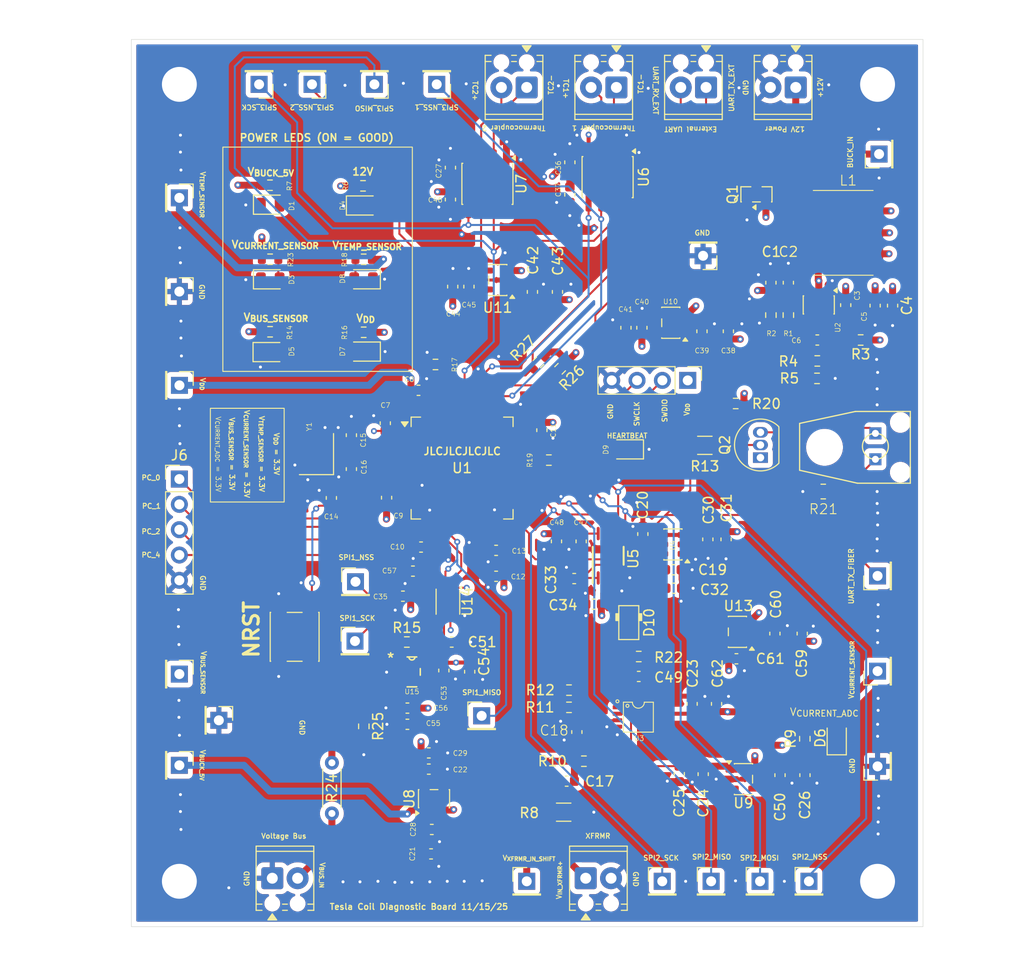
<source format=kicad_pcb>
(kicad_pcb (version 20241229) (generator "pcbnew") (generator_version "9.0")
  (layers (0 "F.Cu" signal) (4 "In1.Cu" signal) (6 "In2.Cu" signal) (2 "B.Cu" signal) (13 "F.Paste" user) (15 "B.Paste" user) (5 "F.SilkS" user "F.Silkscreen") (7 "B.SilkS" user "B.Silkscreen") (1 "F.Mask" user) (3 "B.Mask" user) (25 "Edge.Cuts" user))
  (net 0 "")
  (net 1 "OSC_IN")
  (net 2 "OSC_OUT")
  (net 3 "/Buck_IN")
  (net 4 "GND")
  (net 5 "Net-(C6-Pad1)")
  (net 6 "/V_{DD}")
  (net 7 "NRST")
  (net 8 "/V_{CURRENT_SENSOR}")
  (net 9 "/V_{BUS_SENSOR}")
  (net 10 "/V_{TEMP_SENSOR}")
  (net 11 "Net-(D1-A)")
  (net 12 "Net-(D4-A)")
  (net 13 "Net-(D5-A)")
  (net 14 "Net-(D7-A)")
  (net 15 "Net-(D8-A)")
  (net 16 "Net-(D9-A)")
  (net 17 "SWDIO")
  (net 18 "SWCLK")
  (net 19 "+12V")
  (net 20 "GPIO_11")
  (net 21 "GPIO_10")
  (net 22 "GPIO_9")
  (net 23 "GPIO_8")
  (net 24 "UART_RX_EXT")
  (net 25 "UART_TX_EXT")
  (net 26 "SPI1_SCK")
  (net 27 "SPI1_NSS")
  (net 28 "SPI1_MISO")
  (net 29 "SPI2_SCK")
  (net 30 "SPI2_MISO")
  (net 31 "SPI2_NSS")
  (net 32 "SPI3_MISO")
  (net 33 "SPI3_SCK")
  (net 34 "SPI3_NSS_1")
  (net 35 "SPI3_NSS_2")
  (net 36 "UART_TX_FIBER")
  (net 37 "Net-(U1-BOOT0)")
  (net 38 "Net-(U1-PA9)")
  (net 69 "Net-(J8-Anode)")
  (net 70 "Net-(J8-Cathode)")
  (net 73 "/Current Sensor/V_{XFRMR_IN_SHIFT}")
  (net 74 "Net-(U3-IN+)")
  (net 75 "/V_{CURR_ADC}")
  (net 76 "Net-(U4-NR)")
  (net 77 "/Current Sensor/V_{IN_XFRMR+}")
  (net 78 "SPI2_MOSI")
  (net 79 "Net-(U3-IN-)")
  (net 80 "V_{CURR_AMP_OUT}")
  (net 81 "Net-(Q2-B)")
  (net 82 "/BUCK_BOOT")
  (net 83 "/BUCK_SW")
  (net 84 "/BUCK_FB")
  (net 85 "/BUCK_EN")
  (net 86 "/V_{BUS_IN}")
  (net 87 "/V_{BUS_AMP_IN}")
  (net 88 "/V_{BUS_AMP_OUT}")
  (net 89 "/TC1-")
  (net 90 "/TC1+")
  (net 91 "/TC2+")
  (net 92 "/TC2-")
  (net 95 "/V_{BUCK_5V}")
  (net 96 "Net-(D3-A)")
  (net 100 "Net-(D6-A)")
  (net 102 "Net-(U15--INA)")
  (net 103 "/Current Sensor/V_{ref}")
  (footprint "Resistor_SMD:R_0603_1608Metric" (layer "F.Cu") (at 135.4353 114.5032 -90)
    (property "Reference" "R25")
    (property "Value" "100k")
  )
  (footprint "Connector_PinHeader_2.54mm:PinHeader_1x01_P2.54mm_Vertical" (layer "F.Cu") (at 187.0964 57.0992 90)
    (property "Reference" "J16" (hide yes))
    (property "Value" "BUCK_IN")
  )
  (footprint "Package_TO_SOT_SMD:SOT-23-5" (layer "F.Cu") (at 142.4739 121.7621 90)
    (property "Reference" "U8")
    (property "Value" "LP5907MFX-3.3")
  )
  (footprint "Resistor_SMD:R_0603_1608Metric" (layer "F.Cu") (at 179.65 115.75 90)
    (property "Reference" "R9")
    (property "Value" "1k5")
  )
  (footprint "Connector_PinHeader_2.54mm:PinHeader_1x01_P2.54mm_Vertical" (layer "F.Cu") (at 116.9416 61.488383 -90)
    (property "Reference" "J29" (hide yes))
    (property "Value" "V_{TEMP_SENSOR}")
  )
  (footprint "Connector_PinHeader_2.54mm:PinHeader_1x01_P2.54mm_Vertical" (layer "F.Cu") (at 116.95 80.3 -90)
    (property "Reference" "J18" (hide yes))
    (property "Value" "V_{DD}")
  )
  (footprint "Capacitor_SMD:C_0603_1608Metric" (layer "F.Cu") (at 134.188 88.6952 90)
    (property "Reference" "C16")
    (property "Value" "27p")
  )
  (footprint "Crystal:Crystal_SMD_3225-4Pin_3.2x2.5mm" (layer "F.Cu") (at 130.688 87.1952 90)
    (property "Reference" "Y1")
    (property "Value" "YSX321SL")
  )
  (footprint "Capacitor_SMD:C_0603_1608Metric" (layer "F.Cu") (at 183.75 72.25 90)
    (property "Reference" "C3")
    (property "Value" "100n")
  )
  (footprint "TerminalBlock_Phoenix:TerminalBlock_Phoenix_MPT-0,5-2-2.54_1x02_P2.54mm_Horizontal" (layer "F.Cu") (at 160.75725 50.412614 180)
    (property "Reference" "TC1" (hide yes))
    (property "Value" "Thermocouple")
  )
  (footprint "Resistor_SMD:R_0603_1608Metric" (layer "F.Cu") (at 135.355517 60.286411)
    (property "Reference" "R6")
    (property "Value" "5k1")
  )
  (footprint "Resistor_SMD:R_0603_1608Metric" (layer "F.Cu") (at 156.0068 112.5982 180)
    (property "Reference" "R11")
    (property "Value" "10k")
  )
  (footprint "Resistor_SMD:R_0603_1608Metric" (layer "F.Cu") (at 135.420741 74.974586 180)
    (property "Reference" "R16")
    (property "Value" "1k5")
  )
  (footprint "Package_TO_SOT_SMD:SOT-23-6" (layer "F.Cu") (at 166.4263 96.2558 180)
    (property "Reference" "U4")
    (property "Value" "REF35330QDBVR")
  )
  (footprint "Connector_PinHeader_2.54mm:PinHeader_1x01_P2.54mm_Vertical" (layer "F.Cu") (at 130.24221 50.105114 180)
    (property "Reference" "J24" (hide yes))
    (property "Value" "SPI3_NSS2")
  )
  (footprint "Connector_PinHeader_2.54mm:PinHeader_1x01_P2.54mm_Vertical" (layer "F.Cu") (at 186.944 108.9664 90)
    (property "Reference" "J28" (hide yes))
    (property "Value" "V_{CURRENT_SENSOR}")
  )
  (footprint "Capacitor_SMD:C_0603_1608Metric" (layer "F.Cu") (at 171.7548 95.7478 -90)
    (property "Reference" "C31")
    (property "Value" "100n")
  )
  (footprint "Resistor_THT:R_Axial_DIN0204_L3.6mm_D1.6mm_P5.08mm_Horizontal" (layer "F.Cu") (at 132.2349 118.1608 -90)
    (property "Reference" "R24")
    (property "Value" "900k")
  )
  (footprint "Capacitor_SMD:C_0603_1608Metric" (layer "F.Cu") (at 179.6625 119.4 -90)
    (property "Reference" "C26")
    (property "Value" "1u")
  )
  (footprint "Package_TO_SOT_SMD:SOT-23-5" (layer "F.Cu") (at 148.8695 69.7334 180)
    (property "Reference" "U11")
    (property "Value" "LP5907MFX-3.3")
  )
  (footprint "Package_QFP:LQFP-64_10x10mm_P0.5mm" (layer "F.Cu") (at 145.288 88.5952)
    (property "Reference" "U1")
    (property "Value" "STM32F105R8Tx")
  )
  (footprint "Capacitor_SMD:C_0603_1608Metric" (layer "F.Cu") (at 166.5094 100.65)
    (property "Reference" "C32")
    (property "Value" "10u")
  )
  (footprint "Capacitor_SMD:C_0603_1608Metric" (layer "F.Cu") (at 156.0917 61.1744 -90)
    (property "Reference" "C37")
    (property "Value" "100n")
  )
  (footprint "Capacitor_SMD:C_0603_1608Metric" (layer "F.Cu") (at 141.9507 117.1702)
    (property "Reference" "C29")
    (property "Value" "100n")
  )
  (footprint "Capacitor_SMD:C_0603_1608Metric" (layer "F.Cu") (at 145.9739 70.3938 90)
    (property "Reference" "C45")
    (property "Value" "100n")
  )
  (footprint "Capacitor_SMD:C_0603_1608Metric" (layer "F.Cu") (at 148.7 96.85 180)
    (property "Reference" "C13")
    (property "Value" "1u")
  )
  (footprint "Miscellaneous:IF-E96E_IFB" (layer "F.Cu") (at 186.72685 86.415025 -90)
    (property "Reference" "J8" (hide yes))
    (property "Value" "IF-E96E" (hide yes))
  )
  (footprint "LED_SMD:LED_0805_2012Metric" (layer "F.Cu") (at 126.05451 62.176328)
    (property "Reference" "D1")
    (property "Value" "GREEN")
  )
  (footprint "Resistor_SMD:R_0603_1608Metric" (layer "F.Cu") (at 135.420741 67.650946 180)
    (property "Reference" "R18")
    (property "Value" "1k5")
  )
  (footprint "TerminalBlock_Phoenix:TerminalBlock_Phoenix_MPT-0,5-2-2.54_1x02_P2.54mm_Horizontal" (layer "F.Cu") (at 126.25792 129.7405)
    (property "Reference" "J22" (hide yes))
    (property "Value" "V_{Bus}")
  )
  (footprint "Package_SO:VSSOP-8_2.3x2mm_P0.5mm" (layer "F.Cu") (at 143.8675 102 -90)
    (property "Reference" "U14")
    (property "Value" "ADS7042xDCU")
  )
  (footprint "Capacitor_SMD:C_0603_1608Metric" (layer "F.Cu") (at 142.25 124.85)
    (property "Reference" "C28")
    (property "Value" "100n")
  )
  (footprint "Capacitor_SMD:C_0603_1608Metric" (layer "F.Cu") (at 143.4592 108.9028 -90)
    (property "Reference" "C53")
    (property "Value" "1u")
  )
  (footprint "Capacitor_SMD:C_0603_1608Metric" (layer "F.Cu") (at 137.588 84.0952 90)
    (property "Reference" "C7")
    (property "Value" "100n")
  )
  (footprint "Capacitor_SMD:C_0603_1608Metric" (layer "F.Cu") (at 176.25 70 90)
    (property "Reference" "C1")
    (property "Value" "10u")
  )
  (footprint "Capacitor_SMD:C_0603_1608Metric" (layer "F.Cu") (at 137.7188 91.567 90)
    (property "Reference" "C9")
    (property "Value" "100n")
  )
  (footprint "LED_SMD:LED_0805_2012Metric" (layer "F.Cu") (at 135.4097 69.65696 180)
    (property "Reference" "D8")
    (property "Value" "PWR_VBUS")
  )
  (footprint "Capacitor_SMD:C_0603_1608Metric" (layer "F.Cu") (at 169.3375 74.875 90)
    (property "Reference" "C39")
    (property "Value" "100n")
  )
  (footprint "Capacitor_SMD:C_0603_1608Metric" (layer "F.Cu") (at 168.35 112.25 90)
    (property "Reference" "C23")
    (property "Value" "100n")
  )
  (footprint "MountingHole:MountingHole_3.5mm_Pad" (layer "F.Cu") (at 186.944 50.105114)
    (property "Reference" "H2" (hide yes))
    (property "Value" "MountingHole_Pad")
  )
  (footprint "Capacitor_SMD:C_0603_1608Metric" (layer "F.Cu") (at 180.9 75.75 180)
    (property "Reference" "C6")
    (property "Value" "75p")
  )
  (footprint "Connector_PinHeader_2.54mm:PinHeader_1x01_P2.54mm_Vertical" (layer "F.Cu") (at 147.25 113.45)
    (property "Reference" "J11" (hide yes))
    (property "Value" "SPI1_MISO")
  )
  (footprint "Inductor:SM7850-100MT" (layer "F.Cu") (at 183.5 65.25)
    (property "Reference" "L1")
    (property "Value" "10u" (hide yes))
  )
  (footprint "Capacitor_SMD:C_0603_1608Metric" (layer "F.Cu") (at 170.8 112.25 90)
    (property "Reference" "C62")
    (property "Value" "100n")
  )
  (footprint "TerminalBlock_Phoenix:TerminalBlock_Phoenix_MPT-0,5-2-2.54_1x02_P2.54mm_Horizontal" (layer "F.Cu") (at 178.74175 50.412614 180)
    (property "Reference" "J2" (hide yes))
    (property "Value" "Power Connector")
  )
  (footprint "Capacitor_SMD:C_0603_1608Metric" (layer "F.Cu") (at 179.390976 105.197857 90)
    (property "Reference" "C59")
    (property "Value" "1u")
  )
  (footprint "LED_SMD:LED_0805_2012Metric" (layer "F.Cu") (at 161.790001 86.72 180)
    (property "Reference" "D9")
    (property "Value" "HEARTBEAT")
  )
  (footprint "Resistor_SMD:R_0603_1608Metric" (layer "F.Cu") (at 157.5 118)
    (property "Reference" "R10")
    (property "Value" "10k")
  )
  (footprint "Capacitor_SMD:C_0603_1608Metric" (layer "F.Cu") (at 178 70 90)
    (property "Reference" "C2")
    (property "Value" "100n")
  )
  (footprint "Capacitor_SMD:C_0603_1608Metric" (layer "F.Cu") (at 152.34 70.925 90)
    (property "Reference" "C42")
    (property "Value" "1u")
  )
  (footprint "Connector_PinHeader_2.54mm:PinHeader_1x01_P2.54mm_Vertical" (layer "F.Cu") (at 165.35536 130.048)
    (property "Reference" "J25" (hide yes))
    (property "Value" "SPI2_SCK")
  )
  (footprint "Capacitor_SMD:C_0603_1608Metric" (layer "F.Cu") (at 156.53 99.68 180)
    (property "Reference" "C33")
    (property "Value" "10u")
  )
  (footprint "Resistor_SMD:R_0603_1608Metric" (layer "F.Cu") (at 178 73.25 -90)
    (property "Reference" "R1")
    (property "Value" "511k")
  )
  (footprint "Package_SO:SOIC-8_3.9x4.9mm_P1.27mm" (layer "F.Cu") (at 159.8763 59.4106 -90)
    (property "Reference" "U6")
    (property "Value" "MAX31855KASA")
  )
  (footprint "Resistor_SMD:R_0805_2012Metric" (layer "F.Cu") (at 181.5 90.95 180)
    (property "Reference" "R21" (hide yes))
    (property "Value" "62")
  )
  (footprint "Package_SO:SOIC-8_3.9x4.9mm_P1.27mm" (layer "F.Cu") (at 147.828 60.0852 -90)
    (property "Reference" "U7")
    (property "Value" "MAX31855KASA")
  )
  (footprint "LED_SMD:LED_0805_2012Metric" (layer "F.Cu") (at 135.4097 76.9112 180)
    (property "Reference" "D7")
    (property "Value" "PWR_VBUS")
  )
  (footprint "Capacitor_SMD:C_0603_1608Metric" (layer "F.Cu") (at 169.926 95.7478 -90)
    (property "Reference" "C30")
    (property "Value" "1u")
  )
  (footprint "Capacitor_SMD:C_0603_1608Metric" (layer "F.Cu") (at 157.226 95.9482 -90)
    (property "Reference" "C47")
    (property "Value" "100n")
  )
  (footprint "Connector_PinHeader_2.54mm:PinHeader_1x05_P2.54mm_Vertical" (layer "F.Cu") (at 116.9416 89.698192)
    (property "Reference" "J6")
    (property "Value" "Extra GPIOs")
  )
  (footprint "Resistor_SMD:R_0603_1608Metric" (layer "F.Cu") (at 172.72 82.1182)
    (property "Reference" "R20")
    (property "Value" "100k")
  )
  (footprint "Connector_PinHeader_2.54mm:PinHeader_1x01_P2.54mm_Vertical" (layer "F.Cu") (at 180.06184 130.048)
    (property "Reference" "J12" (hide yes))
    (property "Value" "SPI2_NSS")
  )
  (footprint "Capacitor_SMD:C_0603_1608Metric" (layer "F.Cu") (at 166.4716 98.7958)
    (property "Reference" "C19")
    (property "Value" "100n")
  )
  (footprint "LED_SMD:LED_0805_2012Metric" (layer "F.Cu") (at 126.01451 76.961598)
    (property "Reference" "D5")
    (property "Value" "PWR_VBUS")
  )
  (footprint "Capacitor_SMD:C_0603_1608Metric" (layer "F.Cu") (at 144.1196 61.66 -90)
    (property "Reference" "C46")
    (property "Value" "100n")
  )
  (footprint "Capacitor_SMD:C_0603_1608Metric" (layer "F.Cu") (at 171.9875 74.875 90)
    (property "Reference" "C38")
    (property "Value" "1u")
  )
  (footprint "Capacitor_SMD:C_0603_1608Metric" (layer "F.Cu") (at 156.0917 57.9232 90)
    (property "Reference" "C36")
    (property "Value" "1u")
  )
  (footprint "Capacitor_SMD:C_0603_1608Metric" (layer "F.Cu") (at 154.75 95.95 -90)
    (property "Reference" "C48")
    (property "Value" "4u7")
  )
  (footprint "Resistor_SMD:R_0603_1608Metric" (layer "F.Cu") (at 176.25 73.25 -90)
    (property "Reference" "R2")
    (property "Value" "105k")
  )
  (footprint "Resistor_SMD:R_0603_1608Metric" (layer "F.Cu") (at 180.875 79.6)
    (property "Reference" "R5")
    (property "Value" "13k3")
  )
  (footprint "Connector_PinHeader_2.54mm:PinHeader_1x01_P2.54mm_Vertical" (layer "F.Cu") (at 151.768144 130.048)
    (property "Reference" "J30" (hide yes))
    (property "Value" "V_{XFRMR_IN_SHIFT}")
  )
  (footprint "Resistor_SMD:R_0603_1608Metric" (layer "F.Cu") (at 155.116637 78.633363 45)
    (property "Reference" "R26")
    (property "Value" "5k1")
  )
  (footprint "Capacitor_SMD:C_0603_1608Metric" (layer "F.Cu") (at 140.9192 80.7952)
    (property "Reference" "C8")
    (property "Value" "100n")
  )
  (footprint "Capacitor_SMD:C_0603_1608Metric" (layer "F.Cu") (at 177.1625 119.4 -90)
    (property "Reference" "C50")
    (property "Value" "100n")
  )
  (footprint "Capacitor_SMD:C_0603_1608Metric" (layer "F.Cu") (at 139.8041 112.6744 180)
    (property "Reference" "C56")
    (property "Value" "100n")
  )
  (footprint "Capacitor_SMD:C_0603_1608Metric" (layer "F.Cu") (at 142.175 127.3)
    (property "Reference" "C21")
    (property "Value" "1u")
  )
  (footprint "Capacitor_SMD:C_0603_1608Metric" (layer "F.Cu") (at 144.25 106.05)
    (property "Reference" "C51")
    (property "Value" "1n")
  )
  (footprint "Op-Amps:SOT95P280X145-5N" (layer "F.Cu") (at 140.2588 109.0422)
    (property "Reference" "U15")
    (property "Value" "AD8531ARTZ-REEL7")
  )
  (footprint "Connector_PinHeader_2.54mm:PinHeader_1x01_P2.54mm_Vertical" (layer "F.Cu") (at 175.15968 130.048)
    (property "Reference" "J31" (hide yes))
    (property "Value" "SPI2_MOSI")
  )
  (footprint "Connector_PinHeader_2.54mm:PinHeader_1x01_P2.54mm_Vertical" (layer "F.Cu") (at 116.9416 118.4148 -90)
    (property "Reference" "J17" (hide yes))
    (property "Value" "VBUCK_5V")
  )
  (footprint "Resistor_SMD:R_0603_1608Metric" (layer "F.Cu") (at 153.988 87.7952 180)
    (property "Reference" "R19")
    (property "Value" "10k")
  )
  (footprint "Capacitor_SMD:C_0603_1608Metric" (layer "F.Cu") (at 163.3148 74.5196 90)
    (property "Reference" "C40")
    (property "Value" "1u")
  )
  (footprint "Capacitor_SMD:C_0603_1608Metric" (layer "F.Cu") (at 158.48 102.25 180)
    (property "Reference" "C34")
    (property "Value" "1u")
  )
  (footprint "Connector_PinHeader_2.54mm:PinHeader_1x01_P2.54mm_Vertical" (layer "F.Cu") (at 170.25752 130.048)
    (property "Reference" "J26" (hide yes))
    (property "Value" "SPI2_MISO")
  )
  (footprint "Resistor_SMD:R_0603_1608Metric" (layer "F.Cu") (at 156.0068 110.871 180)
    (property "Reference" "R12")
    (property "Value" "10k")
  )
  (footprint "PCM_Diode_SMD_AKL:D_SOD-323" (layer "F.Cu") (at 162 104.1 -90)
    (property "Reference" "D10")
    (property "Value" "CUS520" (hide yes))
  )
  (footprint "LED_SMD:LED_0805_2012Metric" (layer "F.Cu") (at 135.37236 62.2554)
    (property "Reference" "D4")
    (property "Value" "GREEN")
  )
  (footprint "LED_SMD:LED_0805_2012Metric" (layer "F.Cu") (at 126.05451 69.659663)
    (property "Reference" "D3")
    (property "Value" "PWR_VBUS")
  )
  (footprint "Package_TO_SOT_SMD:SOT-23-5" (layer "F.Cu") (at 172.89375 105.025 180)
    (property "Reference" "U13")
    (property "Value" "TLV70245_SOT23-5")
  )
  (footprint "Capacitor_SMD:C_0603_1608Metric" (layer "F.Cu") (at 156.7942 115.0744 -90)
    (property "Reference" "C18" (hide yes))
    (property "Value" "100n")
  )
  (footprint "Capacitor_SMD:C_0603_1608Metric" (layer "F.Cu") (at 141.9507 118.7958)
    (property "Reference" "C22")
    (property "Value" "1u")
  )
  (footprint "Capacitor_SMD:C_0603_1608Metric" (layer "F.Cu") (at 132.1816 91.5924 90)
    (property "Reference" "C14")
    (property "Value" "100n")
  )
  (footprint "Resistor_SMD:R_0603_1608Metric" (layer "F.Cu") (at 142.621 78.2066 180)
    (property "Reference" "R17")
    (property "Value" "10k")
  )
  (footprint "Capacitor_SMD:C_0603_1608Metric" (layer "F.Cu") (at 163 109.5)
    (property "Reference" "C49")
    (property "Value" "1n")
  )
  (footprint "TerminalBlock_Phoenix:TerminalBlock_Phoenix_MPT-0,5-2-2.54_1x02_P2.54mm_Horizontal" (layer "F.Cu") (at 169.7495 50.412614 180)
    (property "Reference" "J7" (hide yes))
    (property "Value" "EXT_UART")
  )
  (footprint "TerminalBlock_Phoenix:TerminalBlock_Phoenix_MPT-0,5-2-2.54_1x02_P2.54mm_Horizontal" (layer "F.Cu") (at 157.6832 129.7405)
    (property "Reference" "J3" (hide yes))
    (property "Value" "XFRMR")
  )
  (footprint "Capacitor_SMD:C_0603_1608Metric" (layer "F.Cu") (at 146.05 109.025 -90)
    (property "Reference" "C54")
    (property "Value" "100n")
  )
  (footprint "Connector_PinHeader_2.54mm:PinHeader_1x04_P2.54mm_Vertical" (layer "F.Cu") (at 167.91 79.8 -90)
    (property "Reference" "J1" (hide yes))
    (property "Value" "ST_LINK")
  )
  (footprint "Resistor_SMD:R_0603_1608Metric" (layer "F.Cu") (at 126.037667 67.648244)
    (property "Reference" "R23")
    (property "Value" "1k5")
  )
  (footprint "Connector_PinHeader_2.54mm:PinHeader_1x01_P2.54mm_Vertical" (layer "F.Cu") (at 134.6 100)
    (property "Reference" "J4" (hide yes))
    (property "Value" "SPI1_NSS")
  )
  (footprint "Resistor_SMD:R_0603_1608Metric" (layer "F.Cu") (at 180.9 77.85 180)
    (property "Reference" "R4")
    (property "Value" "100k")
  )
  (footprint "Connector_PinHeader_2.54mm:PinHeader_1x01_P2.54mm_Vertical" (layer "F.Cu") (at 120.9 113.9 -90)
    (property "Reference" "J14" (hide yes))
    (property "Value" "GND")
  )
  (footprint "Connector_PinHeader_2.54mm:PinHeader_1x01_P2.54mm_Vertical" (layer "F.Cu") (at 136.49314 50.105114 180)
    (property "Reference" "J20" (hide yes))
    (property "Value" "SPI3_MISO")
  )
  (footprint "Capacitor_SMD:C_0603_1608Metric" (layer "F.Cu") (at 161.7148 74.5196 90)
    (property "Reference" "C41")
    (property "Value" "100n")
  )
  (footprint "Connector_PinHeader_2.54mm:PinHeader_1x01_P2.54mm_Vertical" (layer "F.Cu") (at 134.55 105.95)
    (property "Reference" "J5" (hide yes))
    (property "Value" "SPI1_SCK")
  )
  (footprint "Resistor_SMD:R_0603_1608Metric" (layer "F.Cu") (at 126.025551 60.2223)
    (property "Reference" "R7")
    (property "Value" "1k5")
  )
  (footprint "Connector_PinHeader_2.54mm:PinHeader_1x01_P2.54mm_Vertical" (layer "F.Cu") (at 186.944 99.4156 90)
    (property "Reference" "J19" (hide yes))
    (property "Value" "UART_TX_FIBER")
  )
  (footprint "Resistor_SMD:R_1206_3216Metric" (layer "F.Cu") (at 169.62685 86.315025)
    (property "Reference" "R13")
    (property "Value" "2k2")
  )
  (footprint "Resistor_SMD:R_0603_1608Metric" (layer "F.Cu") (at 152.95 78 45)
    (property "Reference" "R27")
    (property "Value" "5k1")
  )
  (footprint "Package_TO_SOT_SMD:SOT-23-5" (layer "F.Cu") (at 173.5 119.8)
    (property "Reference" "U9")
    (property "Value" "LP5907MFX-3.3")
  )
  (footprint "Resistor_SMD:R_0603_1608Metric" (layer "F.Cu") (at 163 107.5)
    (property "Reference" "R22")
    (property "Value" "10k")
  )
  (footprint "Resistor_SMD:R_0603_1608Metric" (layer "F.Cu") (at 126.037667 74.924189)
    (property "Reference" "R14")
    (property "Value" "1k5")
  )
  (footprint "Button_Switch_SMD:SW_SPST_PTS647_Sx50" (layer "F.Cu") (at 128.5 105.525 90)
    (property "Reference" "SW2" (hide yes))
    (property "Value" "SW_Push")
  )
  (footprint "Capacitor_SMD:C_0603_1608Metric" (layer "F.Cu") (at 144.3483 70.3938 90)
    (property "Reference" "C44")
    (property "Value" "1u")
  )
  (footprint "Resistor_SMD:R_0603_1608Metric" (layer "F.Cu") (at 185.25 75.75 180)
    (property "Reference" "R3")
    (property "Value" "49.9")
  )
  (footprint "Package_TO_SOT_THT:TO-92_Inline" (layer "F.Cu") (at 175.2 87.55 90)
    (property "Reference" "Q2")
    (property "Value" "2N3906")
  )
  (footprint "Resistor_SMD:R_0603_1608Metric" (layer "F.Cu") (at 139.749264 106.045679)
    (property "Reference" "R15")
    (property "Value" "10k")
  )
  (footprint "MountingHole:MountingHole_3.5mm_Pad" (layer "F.Cu") (at 186.944 130.048)
    (property "Reference" "H4" (hide yes))
    (property "Value" "MountingHole_Pad")
  )
  (footprint "Capacitor_SMD:C_0603_1608Metric" (layer "F.Cu") (at 186.7 72.3 -90)
    (property "Reference" "C5")
    (property "Value" "22u")
  )
  (footprint "Capacitor_SMD:C_0603_1608Metric" (layer "F.Cu") (at 141.1732 96.52 180)
    (property "Reference" "C10")
    (property "Value" "100n")
  )
  (footprint "Connector_PinHeader_2.54mm:PinHeader_1x01_P2.54mm_Vertical" (layer "F.Cu") (at 124.93628 50.105114 180)
    (property "Reference" "J13" (hide yes))
    (property "Value" "SPI3_SCK")
  )
  (footprint "Capacitor_SMD:C_0603_1608Metric" (layer "F.Cu") (at 172.79375 107.725)
    (property "Reference" "C61")
    (property "Value" "1u")
  )
  (footprint "Capacitor_SMD:C_0603_1608Metric" (layer "F.Cu") (at 154.85 70.925 90)
    (property "Reference" "C43")
    (property "Value" "100n")
  )
  (footprint "Capacitor_SMD:C_0603_1608Metric" (layer "F.Cu") (at 176.65 105.2 90)
    (property "Reference" "C60")
    (property "Value" "100n")
  )
  (footprint "MountingHole:MountingHole_3.5mm_Pad" (layer "F.Cu") (at 116.9416 130.048)
    (property "Reference" "H3" (hide yes))
    (property "Value" "MountingHole_Pad")
  )
  (footprint "Capacitor_SMD:C_0603_1608Metric" (layer "F.Cu") (at 167.0625 119.275 -90)
    (property "Reference" "C25")
    (property "Value" "100n")
  )
  (footprint "Capacitor_SMD:C_0603_1608Metric" (layer "F.Cu") (at 139.3574 101.4476 180)
    (property "Reference" "C35")
    (property "Value" "100n")
  )
  (footprint "Capacitor_SMD:C_0603_1608Metric" (layer "F.Cu") (at 188.45 72.3 -90)
    (property "Reference" "C4")
    (property "Value" "22u")
  )
  (footprint "Capacitor_SMD:C_0603_1608Metric" (layer "F.Cu") (at 139.8041 114.3 180)
    (property "Reference" "C55")
    (property "Value" "1u")
  )
  (footprint "Connector_PinHeader_2.54mm:PinHeader_1x01_P2.54mm_Vertical" (layer "F.Cu") (at 142.74407 50.105114 180)
    (property "Reference" "J21" (hide yes))
    (property "Value" "SPI3_NSS1")
  )
  (footprint "footprints:R_8_ADI" (layer "F.Cu") (at 162.9638 113.595)
    (property "Reference" "U3" (hide yes))
    (property "Value" "OP777ARMZ" (hide yes))
  )
  (footprint "Connector_PinHeader_2.54mm:PinHeader_1x01_P2.54mm_Vertical" (layer "F.Cu") (at 116.9416 109.261461 -90)
    (property "Reference" "J27" (hide yes))
    (property "Value" "V_{BUS_SENSOR}")
  )
  (footprint "Package_TO_SOT_SMD:SOT-23-6" (layer "F.Cu") (at 181.0498 72.2287 -90)
    (property "Reference" "U2")
    (property "Value" "TPS54302")
  )
  (footprint "Connector_PinHeader_2.54mm:PinHeader_1x01_P2.54mm_Vertical" (layer "F.Cu") (at 186.944 118.5172 90)
    (property "Reference" "J9" (hide yes))
    (property "Value" "GND")
  )
  (footprint "Capacitor_SMD:C_0603_1608Metric" (layer "F.Cu") (at 140.3604 98.933 180)
    (property "Reference" "C57")
    (property "Value" "4u7")
  )
  (footprint "Op-Amps:DGS0010A_N" (layer "F.Cu") (at 159.934399 97.393801 90)
    (property "Reference" "U5")
    (property "Value" "ADS8866IDGSR")
  )
  (footprint "MountingHole:MountingHole_3.5mm_Pad" (layer "F.Cu") (at 116.9416 50.105114)
    (property "Reference" "H1" (hide yes))
    (property "Value" "MountingHole_Pad")
  )
  (footprint "Capacitor_SMD:C_0603_1608Metric" (layer "F.Cu") (at 134.188 85.2952 -90)
    (property "Reference" "C15")
    (property "Value" "27p")
  )
  (footprint "Capacitor_SMD:C_0603_1608Metric" (layer "F.Cu") (at 144.1196 58.4596 90)
    (property "Reference" "C27")
    (property "Value" "1u")
  )
  (footprint "Package_TO_SOT_SMD:SOT-23" (layer "F.Cu") (at 174.8 61.1375 90)
    (property "Reference" "Q1")
    (property "Value" "AO3401A")
  )
  (footprint "Capacitor_SMD:C_0603_1608Metric" (layer "F.Cu") (at 169.4625 119.3 -90)
    (property "Reference" "C24")
    (property "Value" "1u")
  )
  (footprint "Capacitor_SMD:C_0603_1608Metric" (layer "F.Cu") (at 153.288 84.7952 -90)
    (property "Reference" "C11")
    (property "Value" "100n")
  )
  (footprint "Capacitor_SMD:C_0603_1608Metric" (layer "F.Cu") (at 148.7 99.45 180)
    (property "Reference" "C12")
    (property "Value" "4u7")
  )
  (footprint "Package_TO_SOT_SMD:SOT-23-5" (layer "F.Cu") (at 166.2148 74.0196 180)
    (property "Reference" "U10")
    (property "Value" "LP5907MFX-3.3")
  )
  (footprint "Connector_PinHeader_2.54mm:PinHeader_1x01_P2.54mm_Vertical" (layer "F.Cu") (at 116.9416 70.891653 -90)
    (property "Reference" "J10" (hide yes))
    (property "Value" "GND")
  )
  (footprint "Capacitor_SMD:C_0603_1608Metric" (layer "F.Cu") (at 163.4092 95.2144 90)
    (property "Reference" "C20")
    (property "Value" "1u")
  )
  (footprint "TerminalBlock_Phoenix:TerminalBlock_Phoenix_MPT-0,5-2-2.54_1x02_P2.54mm_Horizontal" (layer "F.Cu") (at 151.765 50.412614 180)
    (property "Reference" "TC2" (hide yes))
    (property "Value" "Thermocouple")
  )
  (footprint "Capacitor_SMD:C_0603_1608Metric" (layer "F.Cu") (at 155.775 120)
    (property "Reference" "C17")
    (property "Value" "10u")
  )
  (footprint "LED_SMD:LED_0805_2012Metric" (layer "F.Cu") (at 182.85 115.675 90)
    (property "Reference" "D6")
    (property "Value" "PWR_VBUS")
  )
  (footprint "Resistor_SMD:R_1206_3216Metric" (layer "F.Cu") (at 155.4734 123.1138)
    (property "Reference" "R8")
    (property "Value" "2")
  )
  (footprint "Connector_PinHeader_2.54mm:PinHeader_1x01_P2.54mm_Vertical" (layer "F.Cu") (at 169.45 67.3 180)
    (property "Reference" "J15" (hide yes))
    (property "Value" "GND")
  )
  (gr_rect (start 120.05 82.6) (end 127.45 92) (stroke (width 0.1)) (fill no) (layer "F.SilkS"))
  (gr_rect (start 121.3 56.4) (end 140.3 78.9) (stroke (width 0.1)) (fill no) (layer "F.SilkS"))
  (gr_rect (start 112.1266 45.6) (end 191.5 134.6) (stroke (width 0.05)) (fill no) (layer "Edge.Cuts"))
  (gr_text "V_{CURRENT_ADC} = 3.3V" (at 120.55 83.380059 270) (layer "F.SilkS") (effects (font (size 0.5 0.5) (thickness 0.0625)) (justify left bottom)))
  (gr_text "V_{DD}" (at 168.1 83.4 90) (layer "F.SilkS") (effects (font (size 0.5 0.5) (thickness 0.1) (bold yes)) (justify left bottom)))
  (gr_text "U3" (at 162.5 116 0) (layer "F.SilkS") (effects (font (size 0.5 0.5) (thickness 0.0625)) (justify left bottom)))
  (gr_text "V_{BUS_IN}" (at 131 128.1 270) (layer "F.SilkS") (effects (font (size 0.5 0.5) (thickness 0.1) (bold yes)) (justify left bottom)))
  (gr_text "V_{BUCK_5V}" (at 119 116.8 270) (layer "F.SilkS") (effects (font (size 0.5 0.5) (thickness 0.1) (bold yes)) (justify left bottom)))
  (gr_text "V_{CURRENT_ADC}" (at 178.1 113.5 0) (layer "F.SilkS") (effects (font (size 0.75 0.75) (thickness 0.09375)) (justify left bottom)))
  (gr_text "GND" (at 128.95 113.8 270) (layer "F.SilkS") (effects (font (size 0.5 0.5) (thickness 0.1) (bold yes)) (justify left bottom)))
  (gr_text "Thermocoupler 2" (at 153.7 54.2 180) (layer "F.SilkS") (effects (font (size 0.5 0.5) (thickness 0.1) (bold yes)) (justify left bottom)))
  (gr_text "V_{BUS_SENSOR}" (at 123.3 73.9 0) (layer "F.SilkS") (effects (font (size 0.75 0.75) (thickness 0.15) (bold yes)) (justify left bottom)))
  (gr_text "TC1+" (at 155.4 49.5 270) (layer "F.SilkS") (effects (font (size 0.5 0.5) (thickness 0.1) (bold yes)) (justify left bottom)))
  (gr_text "V_{XFRMR_IN_SHIFT}" (at 149.3 128 0) (layer "F.SilkS") (effects (font (size 0.5 0.5) (thickness 0.1) (bold yes)) (justify left bottom)))
  (gr_text "C18" (at 153 115.5 0) (layer "F.SilkS") (effects (font (size 1 1) (thickness 0.1)) (justify left bottom)))
  (gr_text "TC2+" (at 146.3 49.7 270) (layer "F.SilkS") (effects (font (size 0.5 0.5) (thickness 0.1) (bold yes)) (justify left bottom)))
  (gr_text "GND" (at 118.9 70.1 270) (layer "F.SilkS") (effects (font (size 0.5 0.5) (thickness 0.1) (bold yes)) (justify left bottom)))
  (gr_text "TC1-" (at 163.5 51.1 90) (layer "F.SilkS") (effects (font (size 0.5 0.5) (thickness 0.1) (bold yes)) (justify left bottom)))
  (gr_text "SPI3_NSS_1" (at 145 52.1 180) (layer "F.SilkS") (effects (font (size 0.5 0.5) (thickness 0.1) (bold yes)) (justify left bottom)))
  (gr_text "JLCJLCJLCJLC\n" (at 141.35 87.35 0) (layer "F.SilkS") (effects (font (size 0.75 0.75) (thickness 0.15) (bold yes)) (justify left bottom)))
  (gr_text "External UART" (at 170.9 54.3 180) (layer "F.SilkS") (effects (font (size 0.5 0.5) (thickness 0.1) (bold yes)) (justify left bottom)))
  (gr_text "TC2-" (at 154.5 51.2 90) (layer "F.SilkS") (effects (font (size 0.5 0.5) (thickness 0.1) (bold yes)) (justify left bottom)))
  (gr_text "SWCLK" (at 163.1 84.45 90) (layer "F.SilkS") (effects (font (size 0.5 0.5) (thickness 0.1) (bold yes)) (justify left bottom)))
  (gr_text "+12V" (at 181.5 51.5 90) (layer "F.SilkS") (effects (font (size 0.5 0.5) (thickness 0.1) (bold yes)) (justify left bottom)))
  (gr_text "GND" (at 160.45 83.75 90) (layer "F.SilkS") (effects (font (size 0.5 0.5) (thickness 0.1) (bold yes)) (justify left bottom)))
  (gr_text "GND" (at 162.4 129 270) (layer "F.SilkS") (effects (font (size 0.5 0.5) (thickness 0.1) (bold yes)) (justify left bottom)))
  (gr_text "UART_TX_FIBER" (at 184.6 102.3 90) (layer "F.SilkS") (effects (font (size 0.5 0.5) (thickness 0.1) (bold yes)) (justify left bottom)))
  (gr_text "GND" (at 184.7 119.3 90) (layer "F.SilkS") (effects (font (size 0.5 0.5) (thickness 0.1) (bold yes)) (justify left bottom)))
  (gr_text "GND" (at 168.55 65.3 0) (layer "F.SilkS") (effects (font (size 0.5 0.5) (thickness 0.1) (bold yes)) (justify left bottom)))
  (gr_text "PC_4" (at 113.1 97.6 0) (layer "F.SilkS") (effects (font (size 0.5 0.5) (thickness 0.1) (bold yes)) (justify left bottom)))
  (gr_text "SPI1_NSS" (at 132.85 97.85 0) (layer "F.SilkS") (effects (font (size 0.5 0.5) (thickness 0.1) (bold yes)) (justify left bottom)))
  (gr_text "GND" (at 124 130.6 90) (layer "F.SilkS") (effects (font (size 0.5 0.5) (thickness 0.1) (bold yes)) (justify left bottom)))
  (gr_text "XFRMR" (at 157.6 125.8 0) (layer "F.SilkS") (effects (font (size 0.5 0.5) (thickness 0.1) (bold yes)) (justify left bottom)))
  (gr_text "SPI2_NSS" (at 178.3 127.9 0) (layer "F.SilkS") (effects (font (size 0.5 0.5) (thickness 0.1) (bold yes)) (justify left bottom)))
  (gr_text "SPI3_MISO" (at 138.5 52.2 180) (layer "F.SilkS") (effects (font (size 0.5 0.5) (thickness 0.1) (bold yes)) (justify left bottom)))
  (gr_text "V_{TEMP_SENSOR}" (at 132.2 66.7 0) (layer "F.SilkS") (effects (font (size 0.75 0.75) (thickness 0.15) (bold yes)) (justify left bottom)))
  (gr_text "SPI2_MISO" (at 168.3 127.9 0) (layer "F.SilkS") (effects (font (size 0.5 0.5) (thickness 0.1) (bold yes)) (justify left bottom)))
  (gr_text "SWDIO" (at 165.9 84.05 90) (layer "F.SilkS") (effects (font (size 0.5 0.5) (thickness 0.1) (bold yes)) (justify left bottom)))
  (gr_text "12V Power" (at 179.7 54.3 180) (layer "F.SilkS") (effects (font (size 0.5 0.5) (thickness 0.1) (bold yes)) (justify left bottom)))
  (gr_text "GND" (at 173.4 49.6 270) (layer "F.SilkS") (effects (font (size 0.5 0.5) (thickness 0.1) (bold yes)) (justify left bottom)))
  (gr_text "PC_1" (at 113.15 92.7 0) (layer "F.SilkS") (effects (font (size 0.5 0.5) (thickness 0.1) (bold yes)) (justify left bottom)))
  (gr_text "Tesla Coil Diagnostic Board 11/15/25" (at 131.95 132.95 0) (layer "F.SilkS") (effects (font (size 0.6 0.6) (thickness 0.12) (bold yes)) (justify left bottom)))
  (gr_text "Voltage Bus" (at 125.1 125.8 0) (layer "F.SilkS") (effects (font (size 0.5 0.5) (thickness 0.1) (bold yes)) (justify left bottom)))
  (gr_text "SPI3_SCK" (at 126.8 52.1 180) (layer "F.SilkS") (effects (font (size 0.5 0.5) (thickness 0.1) (bold yes)) (justify left bottom)))
  (gr_text "BUCK_IN" (at 184.5 58.55 90) (layer "F.SilkS") (effects (font (size 0.5 0.5) (thickness 0.1) (bold yes)) (justify left bottom)))
  (gr_text "SPI2_MOSI" (at 173.1 128 0) (layer "F.SilkS") (effects (font (size 0.5 0.5) (thickness 0.1) (bold yes)) (justify left bottom)))
  (gr_text "Thermocoupler 1" (at 162.7 54.2 180) (layer "F.SilkS") (effects (font (size 0.5 0.5) (thickness 0.1) (bold yes)) (justify left bottom)))
  (gr_text "R21" (at 180 93.3 0) (layer "F.SilkS") (effects (font (size 1 1) (thickness 0.1)) (justify left bottom)))
  (gr_text "V_{IN_XFRMR+}" (at 155.3 131.9 90) (layer "F.SilkS") (effects (font (size 0.5 0.5) (thickness 0.1) (bold yes)) (justify left bottom)))
  (gr_text "UART_TX_EXT" (at 172.6 52.9 90) (layer "F.SilkS") (effects (font (size 0.5 0.5) (thickness 0.1) (bold yes)) (justify left bottom)))
  (gr_text "NRST" (at 125.05 107.8 90) (layer "F.SilkS") (effects (font (size 1.5 1.5) (thickness 0.3) (bold yes)) (justify left bottom)))
  (gr_text "UART_RX_EXT" (at 164.4 48.2 270) (layer "F.SilkS") (effects (font (size 0.5 0.5) (thickness 0.1) (bold yes)) (justify left bottom)))
  (gr_text "SPI1_MISO" (at 145.251968 111.402 0) (layer "F.SilkS") (effects (font (size 0.5 0.5) (thickness 0.1) (bold yes)) (justify left bottom)))
  (gr_text "12V" (at 134.2 59.3 0) (layer "F.SilkS") (effects (font (size 0.75 0.75) (thickness 0.15) (bold yes)) (justify left bottom)))
  (gr_text "HEARTBEAT" (at 159.75 85.65 0) (layer "F.SilkS") (effects (font (size 0.5 0.5) (thickness 0.1) (bold yes)) (justify left bottom)))
  (gr_text "V_{CURRENT_SENSOR}" (at 184.6 111.8 90) (layer "F.SilkS") (effects (font (size 0.5 0.5) (thickness 0.1) (bold yes)) (justify left bottom)))
  (gr_text "V_{DD}" (at 119 79.5 270) (layer "F.SilkS") (effects (font (size 0.5 0.5) (thickness 0.1) (bold yes)) (justify left bottom)))
  (gr_text "PC_2" (at 113.1 95.25 0) (layer "F.SilkS") (effects (font (size 0.5 0.5) (thickness 0.1) (bold yes)) (justify left bottom)))
  (gr_text "SPI3_NSS_2" (at 132.5 52.1 180) (layer "F.SilkS") (effects (font (size 0.5 0.5) (thickness 0.1) (bold yes)) (justify left bottom)))
  (gr_text "V_{DD}" (at 134.6 74 0) (layer "F.SilkS") (effects (font (size 0.75 0.75) (thickness 0.15) (bold yes)) (justify left bottom)))
  (gr_text "V_{BUS_SENSOR} = 3.3V" (at 121.928125 83.466666 270) (layer "F.SilkS") (effects (font (size 0.5 0.5) (thickness 0.1) (bold yes)) (justify left bottom)))
  (gr_text "V_{BUS_SENSOR}" (at 119.1 106.9 270) (layer "F.SilkS") (effects (font (size 0.5 0.5) (thickness 0.1) (bold yes)) (justify left bottom)))
  (gr_text "V_{BUCK_5V}" (at 123.7 59.3 0) (layer "F.SilkS") (effects (font (size 0.75 0.75) (thickness 0.15) (bold yes)) (justify left bottom)))
  (gr_text "V_{CURRENT_SENSOR}" (at 122.1 66.6 0) (layer "F.SilkS") (effects (font (size 0.75 0.75) (thickness 0.15) (bold yes)) (justify left bottom)))
  (gr_text "SPI1_SCK" (at 132.95 103.95 0) (layer "F.SilkS") (effects (font (size 0.5 0.5) (thickness 0.1) (bold yes)) (justify left bottom)))
  (gr_text "PC_0" (at 113.1 89.85 0) (layer "F.SilkS") (effects (font (size 0.5 0.5) (thickness 0.1) (bold yes)) (justify left bottom)))
  (gr_text "V_{DD} = 3.3V" (at 126.4 85 270) (layer "F.SilkS") (effects (font (size 0.5 0.5) (thickness 0.1) (bold yes)) (justify left bottom)))
  (gr_text "V_{TEMP_SENSOR} = 3.3V" (at 124.909375 83.304761 270) (layer "F.SilkS") (effects (font (size 0.5 0.5) (thickness 0.1) (bold yes)) (justify left bottom)))
  (gr_text "V_{CURRENT_SENSOR} = 3.3V" (at 123.41875 82.714285 270) (layer "F.SilkS") (effects (font (size 0.5 0.5) (thickness 0.1) (bold yes)) (justify left bottom)))
  (gr_text "V_{TEMP_SENSOR}" (at 119 58.8 270) (layer "F.SilkS") (effects (font (size 0.5 0.5) (thickness 0.1) (bold yes)) (justify left bottom)))
  (gr_text "SPI2_SCK" (at 163.4 128 0) (layer "F.SilkS") (effects (font (size 0.5 0.5) (thickness 0.1) (bold yes)) (justify left bottom)))
  (gr_text "POWER LEDS (ON = GOOD)" (at 122.9 55.9 0) (layer "F.SilkS") (effects (font (size 0.75 0.75) (thickness 0.15) (bold yes)) (justify left bottom)))
  (gr_text "GND" (at 119 99.3 270) (layer "F.SilkS") (effects (font (size 0.5 0.5) (thickness 0.1) (bold yes)) (justify left bottom)))
  (segment (start 134.963 86.8452) (end 134.188 86.0702) (width 0.2) (layer "F.Cu") (net 1))
  (segment (start 139.613 86.8452) (end 134.963 86.8452) (width 0.2) (layer "F.Cu") (net 1))
  (segment (start 130.9664 87.2236) (end 129.838 86.0952) (width 0.2) (layer "F.Cu") (net 1))
  (segment (start 133.0346 87.2236) (end 130.9664 87.2236) (width 0.2) (layer "F.Cu") (net 1))
  (segment (start 134.188 86.0702) (end 133.0346 87.2236) (width 0.2) (layer "F.Cu") (net 1))
  (segment (start 131.538 88.2952) (end 133.813 88.2952) (width 0.2) (layer "F.Cu") (net 2))
  (segment (start 134.763 87.3452) (end 134.188 87.9202) (width 0.2) (layer "F.Cu") (net 2))
  (segment (start 133.813 88.2952) (end 134.188 87.9202) (width 0.2) (layer "F.Cu") (net 2))
  (segment (start 139.613 87.3452) (end 134.763 87.3452) (width 0.2) (layer "F.Cu") (net 2))
  (segment (start 175.75 62.075) (end 175.75 63.45) (width 0.7) (layer "F.Cu") (net 3))
  (segment (start 176.25 70.775) (end 174.925 70.775) (width 0.7) (layer "F.Cu") (net 3))
  (segment (start 178 70.775) (end 179.7836 70.775) (width 0.7) (layer "F.Cu") (net 3))
  (segment (start 180.7258 57.0992) (end 175.75 62.075) (width 0.7) (layer "F.Cu") (net 3))
  (segment (start 178 72.425) (end 178 70.775) (width 0.7) (layer "F.Cu") (net 3))
  (segment (start 187.0964 57.0992) (end 180.7258 57.0992) (width 0.7) (layer "F.Cu") (net 3))
  (segment (start 178 70.775) (end 176.25 70.775) (width 0.7) (layer "F.Cu") (net 3))
  (segment (start 174.925 70.775) (end 174.9 70.8) (width 0.7) (layer "F.Cu") (net 3))
  (segment (start 179.7836 70.775) (end 180.0998 71.0912) (width 0.7) (layer "F.Cu") (net 3))
  (via (at 175.75 63.45) (size 0.6) (drill 0.3) (layers "F.Cu" "B.Cu") (net 3))
  (via (at 174.9 70.8) (size 0.6) (drill 0.3) (layers "F.Cu" "B.Cu") (net 3))
  (segment (start 162.727502 86.72) (end 164.0288 86.72) (width 0.2) (layer "F.Cu") (net 4))
  (segment (start 141.252 90.3452) (end 141.2748 90.3224) (width 0.2) (layer "F.Cu") (net 4))
  (segment (start 126.9 108.15) (end 126.9 109.5) (width 0.7) (layer "F.Cu") (net 4))
  (segment (start 143.4592 109.6778) (end 144.552 109.6778) (width 0.2) (layer "F.Cu") (net 4))
  (segment (start 126.9 102.9) (end 126.9 101.2) (width 0.7) (layer "F.Cu") (net 4))
  (segment (start 147.925 96.85) (end 147.925 97.975) (width 0.7) (layer "F.Cu") (net 4))
  (segment (start 149.733 55.8942) (end 149.7584 55.8688) (width 0.7) (layer "F.Cu") (net 4))
  (segment (start 156.0917 61.9494) (end 154.7681 61.9494) (width 0.7) (layer "F.Cu") (net 4))
  (segment (start 172.3625 119.8) (end 170.7625 119.8) (width 0.7) (layer "F.Cu") (net 4))
  (segment (start 141.796 78.2066) (end 141.796 77.0006) (width 0.7) (layer "F.Cu") (net 4))
  (segment (start 141.732 79.629) (end 141.732 80.7574) (width 0.7) (layer "F.Cu") (net 4))
  (segment (start 125.07701 78.45319) (end 125.0696 78.4606) (width 0.7) (layer "F.Cu") (net 4))
  (segment (start 160.85 115.1) (end 160.863721 115.086279) (width 0.4) (layer "F.Cu") (net 4))
  (segment (start 157.226 96.7232) (end 156.0268 96.7232) (width 0.7) (layer "F.Cu") (net 4))
  (segment (start 142.9642 62.435) (end 142.9512 62.422) (width 0.7) (layer "F.Cu") (net 4))
  (segment (start 154.75 96.725) (end 153.525 96.725) (width 0.7) (layer "F.Cu") (net 4))
  (segment (start 161.7148 73.7446) (end 160.4071 73.7446) (width 0.7) (layer "F.Cu") (net 4))
  (segment (start 154.85 70.15) (end 156.2 70.15) (width 0.7) (layer "F.Cu") (net 4))
  (segment (start 147.925 99.45) (end 147.925 100.525) (width 0.7) (layer "F.Cu") (net 4))
  (segment (start 139.5854 100.1652) (end 139.573 100.1776) (width 0.7) (layer "F.Cu") (net 4))
  (segment (start 168.35 111.475) (end 169.605 111.475) (width 0.7) (layer "F.Cu") (net 4))
  (segment (start 165.9125 120.05) (end 165.8625 120) (width 0.7) (layer "F.Cu") (net 4))
  (segment (start 148.538 92.7874) (end 148.5392 92.7862) (width 0.2) (layer "F.Cu") (net 4))
  (segment (start 157.7 103.4) (end 157.7 102.255) (width 0.7) (layer "F.Cu") (net 4))
  (segment (start 170.5625 74.1) (end 170.5875 74.125) (width 0.7) (layer "F.Cu") (net 4))
  (segment (start 142.9706 57.6846) (end 142.9684 57.6824) (width 0.7) (layer "F.Cu") (net 4))
  (segment (start 134.188 83.4138) (end 134.1882 83.4136) (width 0.7) (layer "F.Cu") (net 4))
  (segment (start 145.9739 69.6188) (end 145.9739 68.6017) (width 0.7) (layer "F.Cu") (net 4))
  (segment (start 144.6175 103.4) (end 145.55 103.4) (width 0.2) (layer "F.Cu") (net 4))
  (segment (start 160.863721 115.086279) (end 160.863721 114.541218) (width 0.4) (layer "F.Cu") (net 4))
  (segment (start 132.1816 90.8174) (end 130.9754 90.8174) (width 0.7) (layer "F.Cu") (net 4))
  (segment (start 163.0223 56.9356) (end 163.0269 56.9402) (width 0.4) (layer "F.Cu") (net 4))
  (segment (start 169.926 97.626) (end 169.95 97.65) (width 0.4) (layer "F.Cu") (net 4))
  (segment (start 144.1196 57.6846) (end 142.9706 57.6846) (width 0.7) (layer "F.Cu") (net 4))
  (segment (start 131.538 86.0952) (end 131.538 84.5398) (width 0.7) (layer "F.Cu") (net 4))
  (segment (start 171.975 111.475) (end 172 111.5) (width 0.7) (layer "F.Cu") (net 4))
  (segment (start 128.5288 88.2952) (end 128.524 88.2904) (width 0.7) (layer "F.Cu") (net 4))
  (segment (start 138.5824 101.4476) (end 138.5824 102.8446) (width 0.7) (layer "F.Cu") (net 4))
  (segment (start 147.925 100.525) (end 147.9 100.55) (width 0.7) (layer "F.Cu") (net 4))
  (segment (start 142.038 82.9202) (end 142.038 82.094) (width 0.2) (layer "F.Cu") (net 4))
  (segment (start 156.0268 96.7232) (end 156 96.75) (width 0.7) (layer "F.Cu") (net 4))
  (segment (start 180.8375 120.175) (end 180.8625 120.2) (width 0.7) (layer "F.Cu") (net 4))
  (segment (start 176.25 69.225) (end 176.25 68.15) (width 0.7) (layer "F.Cu") (net 4))
  (segment (start 149.733 57.6102) (end 151.1442 57.6102) (width 0.7) (layer "F.Cu") (net 4))
  (segment (start 169.926 96.5228) (end 169.926 97.626) (width 0.4) (layer "F.Cu") (net 4))
  (segment (start 157.705 102.25) (end 157.705 101.205) (width 0.7) (layer "F.Cu") (net 4))
  (segment (start 144.552 109.6778) (end 144.6276 109.7534) (width 0.2) (layer "F.Cu") (net 4))
  (segment (start 156.0917 57.1482) (end 156.0917 56.0618) (width 0.7) (layer "F.Cu") (net 4))
  (segment (start 156.9359 123.1138) (end 158.496 123.1138) (width 0.7) (layer "F.Cu") (net 4))
  (segment (start 142.038 82.094) (end 141.6942 81.7502) (width 0.2) (layer "F.Cu") (net 4))
  (segment (start 137.7442 109.0422) (end 137.7188 109.0676) (width 0.2) (layer "F.Cu") (net 4))
  (segment (start 125.212667 76.825941) (end 125.07701 76.961598) (width 0.7) (layer "F.Cu") (net 4))
  (segment (start 167.0625 120.05) (end 165.9125 120.05) (width 0.7) (layer "F.Cu") (net 4))
  (segment (start 148.538 94.2702) (end 148.538 92.7874) (width 0.2) (layer "F.Cu") (net 4))
  (segment (start 176.65 104.425) (end 177.875 104.425) (width 0.7) (layer "F.Cu") (net 4))
  (segment (start 188.45 73.075) (end 188.45 74.3) (width 0.7) (layer "F.Cu") (net 4))
  (segment (start 181.9998 70.2002) (end 182.4 69.8) (width 0.7) (layer "F.Cu") (net 4))
  (segment (start 144.1196 62.435) (end 144.1196 63.6412) (width 0.7) (layer "F.Cu") (net 4))
  (segment (start 144.1196 56.5236) (end 144.1184 56.5224) (width 0.7) (layer "F.Cu") (net 4))
  (segment (start 153.063 85.3452) (end 153.288 85.5702) (width 0.2) (layer "F.Cu") (net 4))
  (segment (start 163.3148 72.5977) (end 163.3375 72.575) (width 0.7) (layer "F.Cu") (net 4))
  (segment (start 134.43486 62.2554) (end 133.4446 62.2554) (width 0.7) (layer "F.Cu") (net 4))
  (segment (start 171.7548 96.5228) (end 171.7548 97.6952) (width 0.4) (layer "F.Cu") (net 4))
  (segment (start 139.5854 98.933) (end 139.5854 100.1652) (width 0.7) (layer "F.Cu") (net 4))
  (segment (start 180.5875 90.95) (end 179.45 90.95) (width 0.7) (layer "F.Cu") (net 4))
  (segment (start 142.038 82.9202) (end 141.969 82.8512) (width 0.2) (layer "F.Cu") (net 4))
  (segment (start 142.95 127.3) (end 142.95 128.55) (width 0.7) (layer "F.Cu") (net 4))
  (segment (start 157.7 102.255) (end 157.705 102.25) (width 0.7) (layer "F.Cu") (net 4))
  (segment (start 168.3875 120.075) (end 168.3625 120.1) (width 0.7) (layer "F.Cu") (net 4))
  (segment (start 131.538 84.5398) (end 131.5466 84.5312) (width 0.7) (layer "F.Cu") (net 4))
  (segment (start 125.11701 62.176328) (end 123.623672 62.176328) (width 0.7) (layer "F.Cu") (net 4))
  (segment (start 169.659 96.2558) (end 169.926 96.5228) (width 0.4) (layer "F.Cu") (net 4))
  (segment (start 134.188 84.5202) (end 134.188 83.4138) (width 0.7) (layer "F.Cu") (net 4))
  (segment (start 137.6744 112.6744) (end 137.65 112.65) (width 0.7) (layer "F.Cu") (net 4))
  (segment (start 156.0917 57.1482) (end 154.6381 57.1482) (width 0.7) (layer "F.Cu") (net 4))
  (segment (start 167.5638 97.2058) (end 168.1558 97.2058) (width 0.4) (layer "F.Cu") (net 4))
  (segment (start 142.7257 117.1702) (end 142.7257 116.0303) (width 0.7) (layer "F.Cu") (net 4))
  (segment (start 123.623672 62.176328) (end 123.6 62.2) (width 0.7) (layer "F.Cu") (net 4))
  (segment (start 167.2844 101.9156) (end 167.25 101.95) (width 0.4) (layer "F.Cu") (net 4))
  (segment (start 134.188 89.4702) (end 132.9322 89.4702) (width 0.7) (layer "F.Cu") (net 4))
  (segment (start 179.390976 104.422857) (end 180.472857 104.422857) (width 0.7) (layer "F.Cu") (net 4))
  (segment (start 137.50544 69.65696) (end 137.5156 69.6468) (width 0.7) (layer "F.Cu") (net 4))
  (segment (start 155.755 99.68) (end 155.755 98.555) (width 0.7) (layer "F.Cu") (net 4))
  (segment (start 156.0917 63.2674) (end 156.0877 63.2714) (width 0.7) (layer "F.Cu") (net 4))
  (segment (start 155.1818 112.5982) (end 155.1818 113.982) (width 0.7) (layer "F.Cu") (net 4))
  (segment (start 125.07701 76.961598) (end 125.07701 78.45319) (width 0.7) (layer "F.Cu") (net 4))
  (segment (start 139.0291 114.3) (end 137.75 114.3) (width 0.7) (layer "F.Cu") (net 4))
  (segment (start 139.613 90.3452) (end 141.252 90.3452) (width 0.2) (layer "F.Cu") (net 4))
  (segment (start 167.2844 100.65) (end 168.45 100.65) (width 0.4) (layer "F.Cu") (net 4))
  (segment (start 168.1558 97.2058) (end 168.7 97.75) (width 0.4) (layer "F.Cu") (net 4))
  (segment (start 150.963 85.3452) (end 153.063 85.3452) (width 0.2) (layer "F.Cu") (net 4))
  (segment (start 175.125 74.075) (end 175.1 74.05) (width 0.7) (layer "F.Cu") (net 4))
  (segment (start 169.3375 74.1) (end 170.5625 74.1) (width 0.7) (layer "F.Cu") (net 4))
  (segment (start 134.188 84.5202) (end 132.8784 84.5202) (width 0.7) (layer "F.Cu") (net 4))
  (segment (start 138.9634 109.0422) (end 137.7442 109.0422) (width 0.2) (layer "F.Cu") (net 4))
  (segment (start 154.3702 85.5702) (end 154.4 85.6) (width 0.4) (layer "F.Cu") (net 4))
  (segment (start 141.796 77.0006) (end 141.7828 76.9874) (width 0.7) (layer "F.Cu") (net 4))
  (segment (start 153.525 96.725) (end 153.5 96.75) (width 0.7) (layer "F.Cu") (net 4))
  (segment (start 143.025 126.075) (end 143.025 124.85) (width 0.7) (layer "F.Cu") (net 4))
  (segment (start 179.6625 120.175) (end 180.8375 120.175) (width 0.7) (layer "F.Cu") (net 4))
  (segment (start 135.4328 117.348) (end 135.4353 117.3455) (width 0.7) (layer "F.Cu") (net 4))
  (segment (start 123.640337 69.659663) (end 123.6 69.7) (width 0.7) (layer "F.Cu") (net 4))
  (segment (start 142.038 94.2702) (end 142.038 92.8128) (width 0.2) (layer "F.Cu") (net 4))
  (segment (start 140.3982 96.52) (end 140.3982 97.6506) (width 0.7) (layer "F.Cu") (net 4))
  (segment (start 175.025 69.225) (end 175 69.2) (width 0.7) (layer "F.Cu") (net 4))
  (segment (start 160.863721 114.541218) (end 159.808782 114.541218) (width 0.4) (layer "F.Cu") (net 4))
  (segment (start 146.05 109.8) (end 147.35 109.8) (width 0.7) (layer "F.Cu") (net 4))
  (segment (start 144.3483 68.6017) (end 144.3737 68.5763) (width 0.7) (layer "F.Cu") (net 4))
  (segment (start 157.705 101.205) (end 157.65 101.15) (width 0.7) (layer "F.Cu") (net 4))
  (segment (start 181.7 79.6) (end 182.7 79.6) (width 0.7) (layer "F.Cu") (net 4))
  (segment (start 169.605 111.475) (end 169.63 111.5) (width 0.7) (layer "F.Cu") (net 4))
  (segment (start 132.9322 89.4702) (end 132.9182 89.4842) (width 0.7) (layer "F.Cu") (net 4))
  (segment (start 129.838 88.2952) (end 128.5288 88.2952) (width 0.7) (layer "F.Cu") (net 4))
  (segment (start 155.5496 115.8494) (end 155.5242 115.8748) (width 0.7) (layer "F.Cu") (net 4))
  (segment (start 149.733 57.6102) (end 149.733 55.8942) (width 0.7) (layer "F.Cu") (net 4))
  (segment (start 142.038 92.8128) (end 142.0368 92.8116) (width 0.2) (layer "F.Cu") (net 4))
  (segment (start 156.0917 61.9494) (end 156.0917 63.2674) (width 0.7) (layer "F.Cu") (net 4))
  (segment (start 176.25 74.075) (end 175.125 74.075) (width 0.7) (layer "F.Cu") (net 4))
  (segment (start 178.3375 120.175) (end 178.3625 120.2) (width 0.7) (layer "F.Cu") (net 4))
  (segment (start 177.1625 120.175) (end 178.3375 120.175) (width 0.7) (layer "F.Cu") (net 4))
  (segment (start 160.85 115.35) (end 160.85 115.1) (width 0.4) (layer "F.Cu") (net 4))
  (segment (start 144.3483 69.6188) (end 144.3483 68.6017) (width 0.7) (layer "F.Cu") (net 4))
  (segment (start 129.838 89.745) (end 129.8194 89.7636) (width 0.7) (layer "F.Cu") (net 4))
  (segment (start 162.4267 94.4394) (end 162.4161 94.45) (width 0.2) (layer "F.Cu") (net 4))
  (segment (start 177.875 104.425) (end 177.9 104.4) (width 0.7) (layer "F.Cu") (net 4))
  (segment (start 136.3472 69.65696) (end 137.50544 69.65696) (width 0.7) (layer "F.Cu") (net 4))
  (segment (start 137.588 83.3202) (end 136.4406 83.3202) (width 0.7) (layer "F.Cu") (net 4))
  (segment (start 167.5638 97.2058) (end 167.5638 96.2558) (width 0.4) (layer "F.Cu") (net 4))
  (segment (start 144.1196 62.435) (end 142.9642 62.435) (width 0.7) (layer "F.Cu") (net 4))
  (segment (start 163.3148 73.7446) (end 163.3148 72.5977) (width 0.7) (layer "F.Cu") (net 4))
  (segment (start 135.4353 117.3455) (end 135.4353 115.3282) (width 0.7) (layer "F.Cu") (net 4))
  (segment (start 170.8 111.475) (end 171.975 111.475) (width 0.7) (layer "F.Cu") (net 4))
  (segment (start 162.1 99.6) (end 160.453198 99.6) (width 0.2) (layer "F.Cu") (net 4))
  (segment (start 160.453198 99.6) (end 160.434398 99.6188) (width 0.2) (layer "F.Cu") (net 4))
  (segment (start 144.1196 57.6846) (end 144.1196 56.5236) (width 0.7) (layer "F.Cu") (net 4))
  (segment (start 171.7548 97.6952) (end 171.75 97.7) (width 0.4) (layer "F.Cu") (net 4))
  (segment (start 136.4406 83.3202) (end 136.4234 83.3374) (width 0.7) (layer "F.Cu") (net 4))
  (segment (start 161.7813 55.1946) (end 161.7769 55.1902) (width 0.4) (layer "F.Cu") (net 4))
  (segment (start 154.7681 61.9494) (end 154.7669 61.9506) (width 0.2) (layer "F.Cu") (net 4))
  (segment (start 139.613 90.3452) (end 138.1656 90.3452) (width 0.2) (layer "F.Cu") (net 4))
  (segment (start 142.7257 117.1702) (end 143.8402 117.1702) (width 0.7) (layer "F.Cu") (net 4))
  (segment (start 132.8784 84.5202) (end 132.8674 84.5312) (width 0.7) (layer "F.Cu") (net 4))
  (segment (start 156.7942 115.8494) (end 155.5496 115.8494) (width 0.7) (layer "F.Cu") (net 4))
  (segment (start 142.7257 116.0303) (end 142.7226 116.0272) (width 0.7) (layer "F.Cu") (net 4))
  (segment (start 168.3458 98.7958) (end 168.35 98.8) (width 0.4) (layer "F.Cu") (net 4))
  (segment (start 145.025 106.05) (end 146.15 106.05) (width 0.7) (layer "F.Cu") (net 4))
  (segment (start 125.11701 69.659663) (end 123.640337 69.659663) (width 0.7) (layer "F.Cu") (net 4))
  (segment (start 153.288 85.5702) (end 154.3702 85.5702) (width 0.4) (layer "F.Cu") (net 4))
  (segment (start 155.1818 113.982) (end 155.1686 113.9952) (width 0.7) (layer "F.Cu") (net 4))
  (segment (start 174.1235 71.6) (end 174.0985 71.625) (width 0.7) (layer "F.Cu") (net 4))
  (segment (start 167.2844 100.65) (end 167.2844 101.9156) (width 0.4) (layer "F.Cu") (net 4))
  (segment (start 178 69.225) (end 178 68.05) (width 0.7) (layer "F.Cu") (net 4))
  (segment (start 186.7 73.075) (end 186.7 74.25) (width 0.7) (layer "F.Cu") (net 4))
  (segment (start 139.0291 112.6744) (end 137.6744 112.6744) (width 0.7) (layer "F.Cu") (net 4))
  (segment (start 136.3472 76.9112) (end 137.5664 76.9112) (width 0.7) (layer "F.Cu") (net 4))
  (segment (start 181.9998 71.0912) (end 181.9998 70.2002) (width 0.7) (layer "F.Cu") (net 4))
  (segment (start 160.9344 100.5544) (end 161.3 100.92) (width 0.2) (layer "F.Cu") (net 4))
  (segment (start 161.7813 56.9356) (end 163.0223 56.9356) (width 0.4) (layer "F.Cu") (net 4))
  (segment (start 171.9875 74.1) (end 173.3125 74.1) (width 0.7) (layer "F.Cu") (net 4))
  (segment (start 138.1656 90.3452) (end 137.7188 90.792) (width 0.2) (layer "F.Cu") (net 4))
  (segment (start 140.3982 97.6506) (end 140.3858 97.663) (width 0.7) (layer "F.Cu") (net 4))
  (segment (start 147.925 97.975) (end 147.9 98) (width 0.7) (layer "F.Cu") (net 4))
  (segment (start 154.6381 57.1482) (end 154.6145 57.1246) (width 0.7) (layer "F.Cu") (net 4))
  (segment (start 176.25 68.15) (end 176.2 68.1) (width 0.7) (layer "F.Cu") (net 4))
  (segment (start 151.1442 57.6102) (end 151.1808 57.6468) (width 0.7) (layer "F.Cu") (net 4))
  (segment (start 145.9739 68.6017) (end 145.9485 68.5763) (width 0.7) (layer "F.Cu") (net 4))
  (segment (start 160.4071 73.7446) (end 160.3875 73.725) (width 0.7) (layer "F.Cu") (net 4))
  (segment (start 156.0917 56.0618) (end 156.0877 56.0578) (width 0.7) (layer "F.Cu") (net 4))
  (segment (start 141.6942 81.7502) (end 141.6942 80.7952) (width 0.2) (layer "F.Cu") (net 4))
  (segment (start 173.56875 108.9) (end 173.59375 108.925) (width 0.7) (layer "F.Cu") (net 4))
  (segment (start 176.25 69.225) (end 175.025 69.225) (width 0.7) (layer "F.Cu") (net 4))
  (segment (start 133.4446 62.2554) (end 133.4 62.3) (width 0.7) (layer "F.Cu") (net 4))
  (segment (start 142.7257 118.7958) (end 143.8148 118.7958) (width 0.7) (layer "F.Cu") (net 4))
  (segment (start 163.4092 94.4394) (end 162.4267 94.4394) (width 0.2) (layer "F.Cu") (net 4))
  (segment (start 159.808782 114.541218) (end 159.8 114.55) (width 0.4) (layer "F.Cu") (net 4))
  (segment (start 129.838 88.2952) (end 129.838 89.745) (width 0.7) (layer "F.Cu") (net 4))
  (segment (start 155.755 98.555) (end 155.75 98.55) (width 0.7) (layer "F.Cu") (net 4))
  (segment (start 169.4625 120.075) (end 168.3875 120.075) (width 0.7) (layer "F.Cu") (net 4))
  (segment (start 160.9344 99.6188) (end 160.9344 100.5544) (width 0.2) (layer "F.Cu") (net 4))
  (segment (start 167.5638 96.2558) (end 169.659 96.2558) (width 0.4) (layer "F.Cu") (net 4))
  (segment (start 164.0288 86.72) (end 164.0332 86.7156) (width 0.2) (layer "F.Cu") (net 4))
  (segment (start 161.7813 56.9356) (end 161.7813 55.1946) (width 0.4) (layer "F.Cu") (net 4))
  (segment (start 130.9754 90.8174) (end 130.9624 90.8304) (width 0.7) (layer "F.Cu") (net 4))
  (segment (start 173.56875 107.725) (end 173.56875 108.9) (width 0.7) (layer "F.Cu") (net 4))
  (segment (start 173.3125 74.1) (end 173.3375 74.125) (width 0.7) (layer "F.Cu") (net 4))
  (segment (start 167.2466 98.7958) (end 168.3458 98.7958) (width 0.4) (layer "F.Cu") (net 4))
  (segment (start 152.34 70.15) (end 153.45 70.15) (width 0.7) (layer "F.Cu") (net 4))
  (segment (start 141.8082 80.9092) (end 141.6942 80.7952) (width 0.2) (layer "F.Cu") (net 4))
  (segment (start 173.85 62.2375) (end 173.85 63.7) (width 0.7) (layer "F.Cu") (net 4))
  (segment (start 180.472857 104.422857) (end 180.5 104.45) (width 0.7) (layer "F.Cu") (net 4))
  (segment (start 141.732 80.7574) (end 141.6942 80.7952) (width 0.7) (layer "F.Cu") (net 4))
  (via (at 121.9 130.7) (size 0.6) (drill 0.3) (layers "F.Cu" "B.Cu") (net 4))
  (via (at 186.9 80.65) (size 0.6) (drill 0.3) (layers "F.Cu" "B.Cu") (net 4))
  (via (at 170.5875 74.125) (size 0.6) (drill 0.3) (layers "F.Cu" "B.Cu") (net 4))
  (via (at 187 102.3) (size 0.6) (drill 0.3) (layers "F.Cu" "B.Cu") (net 4))
  (via (at 161 89.8) (size 0.6) (drill 0.3) (layers "F.Cu" "B.Cu") (net 4))
  (via (at 116.9 113.6) (size 0.6) (drill 0.3) (layers "F.Cu" "B.Cu") (net 4))
  (via (at 168.3625 120.1) (size 0.6) (drill 0.3) (layers "F.Cu" "B.Cu") (net 4))
  (via (at 144.3737 68.5763) (size 0.6) (drill 0.3) (layers "F.Cu" "B.Cu") (net 4))
  (via (at 116.95 82.65) (size 0.6) (drill 0.3) (layers "F.Cu" "B.Cu") (net 4))
  (via (at 153.45 70.15) (size 0.6) (drill 0.3) (layers "F.Cu" "B.Cu") (net 4))
  (via (at 147.9 100.55) (size 0.6) (drill 0.3) (layers "F.Cu" "B.Cu") (net 4))
  (via (at 186.9 95.7) (size 0.6) (drill 0.3) (layers "F.Cu" "B.Cu") (net 4))
  (via (at 147.9 98) (size 0.6) (drill 0.3) (layers "F.Cu" "B.Cu") (net 4))
  (via (at 154.7681 61.9494) (size 0.6) (drill 0.3) (layers "F.Cu" "B.Cu") (net 4))
  (via (at 116.9 106.3) (size 0.6) (drill 0.3) (layers "F.Cu" "B.Cu") (net 4))
  (via (at 143.025 126.075) (size 0.6) (drill 0.3) (layers "F.Cu" "B.Cu") (net 4))
  (via (at 186.95 115.5) (size 0.6) (drill 0.3) (layers "F.Cu" "B.Cu") (net 4))
  (via (at 177.9 104.4) (size 0.6) (drill 0.3) (layers "F.Cu" "B.Cu") (net 4))
  (via (at 169.95 97.65) (size 0.6) (drill 0.3) (layers "F.Cu" "B.Cu") (net 4))
  (via (at 179.45 90.95) (size 0.6) (drill 0.3) (layers "F.Cu" "B.Cu") (net 4))
  (via (at 145.9485 68.5763) (size 0.6) (drill 0.3) (layers "F.Cu" "B.Cu") (net 4))
  (via (at 155.1686 113.9952) (size 0.6) (drill 0.3) (layers "F.Cu" "B.Cu") (net 4))
  (via (at 171.75 97.7) (size 0.6) (drill 0.3) (layers "F.Cu" "B.Cu") (net 4))
  (via (at 141.2748 90.3224) (size 0.6) (drill 0.3) (layers "F.Cu" "B.Cu") (net 4))
  (via (at 160.85 115.35) (size 0.6) (drill 0.3) (layers "F.Cu" "B.Cu") (net 4))
  (via (at 116.975 66.5) (size 0.6) (drill 0.3) (layers "F.Cu" "B.Cu") (net 4))
  (via (at 180.8625 120.2) (size 0.6) (drill 0.3) (layers "F.Cu" "B.Cu") (net 4))
  (via (at 159.8 114.55) (size 0.6) (drill 0.3) (layers "F.Cu" "B.Cu") (net 4))
  (via (at 167.25 101.95) (size 0.6) (drill 0.3) (layers "F.Cu" "B.Cu") (net 4))
  (via (at 169.63 111.5) (size 0.6) (drill 0.3) (layers "F.Cu" "B.Cu") (net 4))
  (via (at 146 96.059824) (size 0.6) (drill 0.3) (layers "F.Cu" "B.Cu") (net 4))
  (via (at 167.7 130.05) (size 0.6) (drill 0.3) (layers "F.Cu" "B.Cu") (net 4))
  (via (at 142.9512 62.422) (size 0.6) (drill 0.3) (layers "F.Cu" "B.Cu") (net 4))
  (via (at 142.7226 116.0272) (size 0.6) (drill 0.3) (layers "F.Cu" "B.Cu") (net 4))
  (via (at 162.8 92.05) (size 0.6) (drill 0.3) (layers "F.Cu" "B.Cu") (net 4))
  (via (at 149.7584 55.8688) (size 0.6) (drill 0.3) (layers "F.Cu" "B.Cu") (net 4))
  (via (at 155.5242 115.8748) (size 0.6) (drill 0.3) (layers "F.Cu" "B.Cu") (net 4))
  (via (at 127.55 50.15) (size 0.6) (drill 0.3) (layers "F.Cu" "B.Cu") (net 4))
  (via (at 173.3375 74.125) (size 0.6) (drill 0.3) (layers "F.Cu" "B.Cu") (net 4))
  (via (at 142.0368 92.8116) (size 0.6) (drill 0.3) (layers "F.Cu" "B.Cu") (net 4))
  (via (at 129.8194 89.7636) (size 0.6) (drill 0.3) (layers "F.Cu" "B.Cu") (net 4))
  (via (at 145.25 65.15) (size 0.6) (drill 0.3) (layers "F.Cu" "B.Cu") (net 4))
  (via (at 148.5392 92.7862) (size 0.6) (drill 0.3) (layers "F.Cu" "B.Cu") (net 4))
  (via (at 143.8148 118.7958) (size 0.6) (drill 0.3) (layers "F.Cu" "B.Cu") (net 4))
  (via (at 170.7625 119.8) (size 0.6) (drill 0.3) (layers "F.Cu" "B.Cu") (net 4))
  (via (at 131.5466 84.5312) (size 0.6) (drill 0.3) (layers "F.Cu" "B.Cu") (net 4))
  (via (at 132.8674 84.5312) (size 0.6) (drill 0.3) (layers "F.Cu" "B.Cu") (net 4))
  (via (at 146.9 78.65) (size 0.6) (drill 0.3) (layers "F.Cu" "B.Cu") (net 4))
  (via (at 187.05 121.5) (size 0.6) (drill 0.3) (layers "F.Cu" "B.Cu") (net 4))
  (via (at 172.7 130) (size 0.6) (drill 0.3) (layers "F.Cu" "B.Cu") (net 4))
  (via (at 174.0985 71.625) (size 0.6) (drill 0.3) (layers "F.Cu" "B.Cu") (net 4))
  (via (at 156 96.75) (size 0.6) (drill 0.3) (layers "F.Cu" "B.Cu") (net 4))
  (via (at 139.4 50) (size 0.6) (drill 0.3) (layers "F.Cu" "B.Cu") (net 4))
  (via (at 168.35 98.8) (size 0.6) (drill 0.3) (layers "F.Cu" "B.Cu") (net 4))
  (via (at 117.05 56.9) (size 0.6) (drill 0.3) (layers "F.Cu" "B.Cu") (net 4))
  (via (at 117 64.5) (size 0.6) (drill 0.3) (layers "F.Cu" "B.Cu") (net 4))
  (via (at 135.05 130.1) (size 0.6) (drill 0.3) (layers "F.Cu" "B.Cu") (net 4))
  (via (at 173.05 50.45) (size 0.6) (drill 0.3) (layers "F.Cu" "B.Cu") (net 4))
  (via (at 186.95 79) (size 0.6) (drill 0.3) (layers "F.Cu" "B.Cu") (net 4))
  (via (at 141.7828 76.9874) (size 0.6) (drill 0.3) (layers "F.Cu" "B.Cu") (net 4))
  (via (at 143.8 130.05) (size 0.6) (drill 0.3) (layers "F.Cu" "B.Cu") (net 4))
  (via (at 186.95 106.1) (size 0.6) (drill 0.3) (layers "F.Cu" "B.Cu") (net 4))
  (via (at 186.9 82.25) (size 0.6) (drill 0.3) (layers "F.Cu" "B.Cu") (net 4))
  (via (at 137.65 112.65) (size 0.6) (drill 0.3) (layers "F.Cu" "B.Cu") (net 4))
  (via (at 129.15 100.1) (size 0.6) (drill 0.3) (layers "F.Cu" "B.Cu") (net 4))
  (via (at 144.1184 56.5224) (size 0.6) (drill 0.3) (layers "F.Cu" "B.Cu") (net 4))
  (via (at 116.9 111.9) (size 0.6) (drill 0.3) (layers "F.Cu" "B.Cu") (net 4))
  (via (at 123.6 62.2) (size 0.6) (drill 0.3) (layers "F.Cu" "B.Cu") (net 4))
  (via (at 126.9 109.5) (size 0.6) (drill 0.3) (layers "F.Cu" "B.Cu") (net 4))
  (via (at 178.3625 120.2) (size 0.6) (drill 0.3) (layers "F.Cu" "B.Cu") (net 4))
  (via (at 182.4 69.8) (size 0.6) (drill 0.3) (layers "F.Cu" "B.Cu") (net 4))
  (via (at 117.15 77.35) (size 0.6) (drill 0.3) (layers "F.Cu" "B.Cu") (net 4))
  (via (at 177.6 130.05) (size 0.6) (drill 0.3) (layers "F.Cu" "B.Cu") (net 4))
  (via (at 186.95 114.3) (size 0.6) (drill 0.3) (layers "F.Cu" "B.Cu") (net 4))
  (via (at 163.3375 72.575) (size 0.6) (drill 0.3) (layers "F.Cu" "B.Cu") (net 4))
  (via (at 145.5 130.05) (size 0.6) (drill 0.3) (layers "F.Cu" "B.Cu") (net 4))
  (via (at 128.524 88.2904) (size 0.6) (drill 0.3) (layers "F.Cu" "B.Cu") (net 4))
  (via (at 135.4328 117.348) (size 0.6) (drill 0.3) (layers "F.Cu" "B.Cu") (net 4))
  (via (at 186.9 90.95) (size 0.6) (drill 0.3) (layers "F.Cu" "B.Cu") (net 4))
  (via (at 157.7 103.4) (size 0.6) (drill 0.3) (layers "F.Cu" "B.Cu") (net 4))
  (via (at 140.25 130.15) (size 0.6) (drill 0.3) (layers "F.Cu" "B.Cu") (net 4))
  (via (at 156.0877 56.0578) (size 0.6) (drill 0.3) (layers "F.Cu" "B.Cu") (net 4))
  (via (at 154.4 85.6) (size 0.6) (drill 0.3) (layers "F.Cu" "B.Cu") (net 4))
  (via (at 165.8625 120) (size 0.6) (drill 0.3) (layers "F.Cu" "B.Cu") (net 4))
  (via (at 186.9 96.9) (size 0.6) (drill 0.3) (layers "F.Cu" "B.Cu") (net 4))
  (via (at 154.6145 57.1246) (size 0.6) (drill 0.3) (layers "F.Cu" "B.Cu") (net 4))
  (via (at 117.1 124.85) (size 0.6) (drill 0.3) (layers "F.Cu" "B.Cu") (net 4))
  (via (at 145.7 50.05) (size 0.6) (drill 0.3) (layers "F.Cu" "B.Cu") (net 4))
  (via (at 137.5664 76.9112) (size 0.6) (drill 0.3) (layers "F.Cu" "B.Cu") (net 4))
  (via (at 137.5156 69.6468) (size 0.6) (drill 0.3) (layers "F.Cu" "B.Cu") (net 4))
  (via (at 153.50765 59.365487) (size 0.6) (drill 0.3) (layers "F.Cu" "B.Cu") (net 4))
  (via (at 151.1808 57.6468) (size 0.6) (drill 0.3) (layers "F.Cu" "B.Cu") (net 4))
  (via (at 153.5 96.75) (size 0.6) (drill 0.3) (layers "F.Cu" "B.Cu") (net 4))
  (via (at 155.75 98.55) (size 0.6) (drill 0.3) (layers "F.Cu" "B.Cu") (net 4))
  (via (at 168.45 100.65) (size 0.6) (drill 0.3) (layers "F.Cu" "B.Cu") (net 4))
  (via (at 117.1 75.55) (size 0.6) (drill 0.3) (layers "F.Cu" "B.Cu") (net 4))
  (via (at 187 124.1) (size 0.6) (drill 0.3) (layers "F.Cu" "B.Cu") (net 4))
  (via (at 144.1196 63.6412) (size 0.6) (drill 0.3) (layers "F.Cu" "B.Cu") (net 4))
  (via (at 155.2 91.45) (size 0.6) (drill 0.3) (layers "F.Cu" "B.Cu") (net 4))
  (via (at 178 68.05) (size 0.6) (drill 0.3) (layers "F.Cu" "B.Cu") (net 4))
  (via (at 141.732 79.629) (size 0.6) (drill 0.3) (layers "F.Cu" "B.Cu") (net 4))
  (via (at 186.7 74.25) (size 0.6) (drill 0.3) (layers "F.Cu" "B.Cu") (net 4))
  (via (at 187.1 59.5) (size 0.6) (drill 0.3) (layers "F.Cu" "B.Cu") (net 4))
  (via (at 186.95 94.3) (size 0.6) (drill 0.3) (layers "F.Cu" "B.Cu") (net 4))
  (via (at 157.65 101.15) (size 0.6) (drill 0.3) (layers "F.Cu" "B.Cu") (net 4))
  (via (at 142.05 130.1) (size 0.6) (drill 0.3) (layers "F.Cu" "B.Cu") (net 4))
  (via (at 147.3 130) (size 0.6) (drill 0.3) (layers "F.Cu" "B.Cu") (net 4))
  (via (at 163.0269 56.9402) (size 0.6) (drill 0.3) (layers "F.Cu" "B.Cu") (net 4))
  (via (at 129.8 91.9) (size 0.6) (drill 0.3) (layers "F.Cu" "B.Cu") (net 4))
  (via (at 117.05 55.2) (size 0.6) (drill 0.3) (layers "F.Cu" "B.Cu") (net 4))
  (via (at 147.35 109.8) (size 0.6) (drill 0.3) (layers "F.Cu" "B.Cu") (net 4))
  (via (at 154.95 50.25) (size 0.6) (drill 0.3) (layers "F.Cu" "B.Cu") (net 4))
  (via (at 117.1 58.7) (size 0.6) (drill 0.3) (layers "F.Cu" "B.Cu") (net 4))
  (via (at 145.55 103.4) (size 0.6) (drill 0.3) (layers "F.Cu" "B.Cu") (net 4))
  (via (at 146.15 106.05) (size 0.6) (drill 0.3) (layers "F.Cu" "B.Cu") (net 4))
  (via (at 143.8402 117.1702) (size 0.6) (drill 0.3) (layers "F.Cu" "B.Cu") (net 4))
  (via (at 157 64.25) (size 0.6) (drill 0.3) (layers "F.Cu" "B.Cu") (net 4))
  (via (at 173.85 63.7) (size 0.6) (drill 0.3) (layers "F.Cu" "B.Cu") (net 4))
  (via (at 176.2 68.1) (size 0.6) (drill 0.3) (layers "F.Cu" "B.Cu") (net 4))
  (via (at 137.7188 109.0676) (size 0.6) (drill 0.3) (layers "F.Cu" "B.Cu") (net 4))
  (via (at 156.2 70.15) (size 0.6) (drill 0.3) (layers "F.Cu" "B.Cu") (net 4))
  (via (at 158.15 91.4) (size 0.6) (drill 0.3) (layers "F.Cu" "B.Cu") (net 4))
  (via (at 182.05 50.15) (size 0.6) (drill 0.3) (layers "F.Cu" "B.Cu") (net 4))
  (via (at 136.85 130.05) (size 0.6) (drill 0.3) (layers "F.Cu" "B.Cu") (net 4))
  (via (at 134.1882 83.4136) (size 0.6) (drill 0.3) (layers "F.Cu" "B.Cu") (net 4))
  (via (at 133.4 62.3) (size 0.6) (drill 0.3) (layers "F.Cu" "B.Cu") (net 4))
  (via (at 164.0332 86.7156) (size 0.6) (drill 0.3) (layers "F.Cu" "B.Cu") (net 4))
  (via (at 175 69.2) (size 0.6) (drill 0.3) (layers "F.Cu" "B.Cu") (net 4))
  (via (at 182.7 79.6) (size 0.6) (drill 0.3) (layers "F.Cu" "B.Cu") (net 4))
  (via (at 117.1 73.85) (size 0.6) (drill 0.3) (layers "F.Cu" "B.Cu") (net 4))
  (via (at 156.8 55.2) (size 0.6) (drill 0.3) (layers "F.Cu" "B.Cu") (net 4))
  (via (at 144.6276 109.7534) (size 0.6) (drill 0.3) (layers "F.Cu" "B.Cu") (net 4))
  (via (at 158.5213 64.55) (size 0.6) (drill 0.3) (layers "F.Cu" "B.Cu") (net 4))
  (via (at 187 103.5) (size 0.6) (drill 0.3) (layers "F.Cu" "B.Cu") (net 4))
  (via (at 133.55 50.2) (size 0.6) (drill 0.3) (layers "F.Cu" "B.Cu") (net 4))
  (via (at 116.85 104.5) (size 0.6) (drill 0.3) (layers "F.Cu" "B.Cu") (net 4))
  (via (at 158.496 123.1138) (size 0.6) (drill 0.3) (layers "F.Cu" "B.Cu") (net 4))
  (via (at 148.95 77.4) (size 0.6) (drill 0.3) (layers "F.Cu" "B.Cu") (net 4))
  (via (at 142.2 59.85) (size 0.6) (drill 0.3) (layers "F.Cu" "B.Cu") (net 4))
  (via (at 117.05 123.05) (size 0.6) (drill 0.3) (layers "F.Cu" "B.Cu") (net 4))
  (via (at 187.05 54.6) (size 0.6) (drill 0.3) (layers "F.Cu" "B.Cu") (net 4))
  (via (at 187.05 122.7) (size 0.6) (drill 0.3) (layers "F.Cu" "B.Cu") (net 4))
  (via (at 136.4234 83.3374) (size 0.6) (drill 0.3) (layers "F.Cu" "B.Cu") (net 4))
  (via (at 187 111.7) (size 0.6) (drill 0.3) (layers "F.Cu" "B.Cu") (net 4))
  (via (at 161.7769 55.1902) (size 0.6) (drill 0.3) (layers "F.Cu" "B.Cu") (net 4))
  (via (at 116.85 102.8) (size 0.6) (drill 0.3) (layers "F.Cu" "B.Cu") (net 4))
  (via (at 188.45 74.3) (size 0.6) (drill 0.3) (layers "F.Cu" "B.Cu") (net 4))
  (via (at 180.5 104.45) (size 0.6) (drill 0.3) (layers "F.Cu" "B.Cu") (net 4))
  (via (at 162.1 99.6) (size 0.6) (drill 0.3) (layers "F.Cu" "B.Cu") (net 4))
  (via (at 125.0696 78.4606) (size 0.6) (drill 0.3) (layers "F.Cu" "B.Cu") (net 4))
  (via (at 139.573 100.1776) (size 0.6) (drill 0.3) (layers "F.Cu" "B.Cu") (net 4))
  (via (at 117.05 68) (size 0.6) (drill 0.3) (layers "F.Cu" "B.Cu") (net 4))
  (via (at 138.5824 102.8446) (size 0.6) (drill 0.3) (layers "F.Cu" "B.Cu") (net 4))
  (via (at 186.95 93.1) (size 0.6) (drill 0.3) (layers "F.Cu" "B.Cu") (net 4))
  (via (at 186.9 92.15) (size 0.6) (drill 0.3) (layers "F.Cu" "B.Cu") (net 4))
  (via (at 143.9 97.8) (size 0.6) (drill 0.3) (layers "F.Cu" "B.Cu") (net 4))
  (via (at 163.95 50.5) (size 0.6) (drill 0.3) (layers "F.Cu" "B.Cu") (net 4))
  (via (at 126.9 101.2) (size 0.6) (drill 0.3) (layers "F.Cu" "B.Cu") (net 4))
  (via (at 160.3875 73.725) (size 0.6) (drill 0.3) (layers "F.Cu" "B.Cu") (net 4))
  (via (at 132.9182 89.4842) (size 0.6) (drill 0.3) (layers "F.Cu" "B.Cu") (net 4))
  (via (at 173.59375 108.925) (size 0.6) (drill 0.3) (layers "F.Cu" "B.Cu") (net 4))
  (via (at 142.9684 57.6824) (size 0.6) (drill 0.3) (layers "F.Cu" "B.Cu") (net 4))
  (via (at 138.55 130.15) (size 0.6) (drill 0.3) (layers "F.Cu" "B.Cu") (net 4))
  (via (at 123.6 69.7) (size 0.6) (drill 0.3) (layers "F.Cu" "B.Cu") (net 4))
  (via (at 116.95 84.35) (size 0.6) (drill 0.3) (layers "F.Cu" "B.Cu") (net 4))
  (via (at 130.9624 90.8304) (size 0.6) (drill 0.3) (layers "F.Cu" "B.Cu") (net 4))
  (via (at 161.3 100.92) (size 0.6) (drill 0.3) (layers "F.Cu" "B.Cu") (net 4))
  (via (at 140.3858 97.663) (size 0.6) (drill 0.3) (layers "F.Cu" "B.Cu") (net 4))
  (via (at 117.05 121.35) (size 0.6) (drill 0.3) (layers "F.Cu" "B.Cu") (net 4))
  (via (at 151.15 82.2) (size 0.6) (drill 0.3) (layers "F.Cu" "B.Cu") (net 4))
  (via (at 186.95 104.9) (size 0.6) (drill 0.3) (layers "F.Cu" "B.Cu") (net 4))
  (via (at 168.7 97.75) (size 0.6) (drill 0.3) (layers "F.Cu" "B.Cu") (net 4))
  (via (at 142.95 128.55) (size 0.6) (drill 0.3) (layers "F.Cu" "B.Cu") (net 4))
  (via (at 149.6 67) (size 0.6) (drill 0.3) (layers "F.Cu" "B.Cu") (net 4))
  (via (at 156.0877 63.2714) (size 0.6) (drill 0.3) (layers "F.Cu" "B.Cu") (net 4))
  (via (at 162.4161 94.45) (size 0.6) (drill 0.3) (layers "F.Cu" "B.Cu") (net 4))
  (via (at 187 125.3) (size 0.6) (drill 0.3) (layers "F.Cu" "B.Cu") (net 4))
  (via (at 187 112.9) (size 0.6) (drill 0.3) (layers "F.Cu" "B.Cu") (net 4))
  (via (at 116.95 115.4) (size 0.6) (drill 0.3) (layers "F.Cu" "B.Cu") (net 4))
  (via (at 186.85 77.7) (size 0.6) (drill 0.3) (layers "F.Cu" "B.Cu") (net 4))
  (via (at 172 111.5) (size 0.6) (drill 0.3) (layers "F.Cu" "B.Cu") (net 4))
  (via (at 117 86.15) (size 0.6) (drill 0.3) (layers "F.Cu" "B.Cu") (net 4))
  (via (at 133.35 130.1) (size 0.6) (drill 0.3) (layers "F.Cu" "B.Cu") (net 4))
  (via (at 153.3 92.85) (size 0.6) (drill 0.3) (layers "F.Cu" "B.Cu") (net 4))
  (via (at 137.75 114.3) (size 0.6) (drill 0.3) (layers "F.Cu" "B.Cu") (net 4))
  (via (at 175.1 74.05) (size 0.6) (drill 0.3) (layers "F.Cu" "B.Cu") (net 4))
  (segment (start 181.725 77.85) (end 181.725 75.8) (width 0.2) (layer "F.Cu") (net 5))
  (segment (start 181.725 75.8) (end 181.675 75.75) (width 0.2) (layer "F.Cu") (net 5))
  (segment (start 181.675 75.75) (end 184.425 75.75) (width 0.2) (layer "F.Cu") (net 5))
  (segment (start 154 76.95) (end 153.533363 77.416637) (width 0.7) (layer "F.Cu") (net 6))
  (segment (start 141.1354 98.933) (end 141.9482 98.1202) (width 0.7) (layer "F.Cu") (net 6))
  (segment (start 149.475 99.45) (end 149.475 96.85) (width 0.7) (layer "F.Cu") (net 6))
  (segment (start 140.1572 79.5528) (end 140.1572 80.7822) (width 0.7) (layer "F.Cu") (net 6))
  (segment (start 140.1324 102.7932) (end 140.1318 102.7938) (width 0.7) (layer "F.Cu") (net 6))
  (segment (start 138.5062 91.1352) (end 138.5062 91.5546) (width 0.2) (layer "F.Cu") (net 6))
  (segment (start 142.538 95.9302) (end 141.9482 96.52) (width 0.2) (layer "F.Cu") (net 6))
  (segment (start 140.1572 80.7822) (end 140.1442 80.7952) (width 0.7) (layer "F.Cu") (net 6))
  (segment (start 149.038 95.438) (end 149.475 95.875) (width 0.2) (layer "F.Cu") (net 6))
  (segment (start 137.7188 93.7006) (end 137.6934 93.726) (width 0.7) (layer "F.Cu") (net 6))
  (segment (start 140.5782 82.9202) (end 140.1442 82.4862) (width 0.2) (layer "F.Cu") (net 6))
  (segment (start 139.588 84.8702) (end 139.613 84.8452) (width 0.2) (layer "F.Cu") (net 6))
  (segment (start 149.475 95.875) (end 149.475 96.85) (width 0.2) (layer "F.Cu") (net 6))
  (segment (start 163.3148 76.3821) (end 163.3247 76.392) (width 0.7) (layer "F.Cu") (net 6))
  (segment (start 137.7188 92.342) (end 137.7188 93.7006) (width 0.7) (layer "F.Cu") (net 6))
  (segment (start 149.038 94.2702) (end 149.1088 94.2702) (width 0.2) (layer "F.Cu") (net 6))
  (segment (start 149.475 96.85) (end 149.475 98.025) (width 0.7) (layer "F.Cu") (net 6))
  (segment (start 154.3902 84.0202) (end 154.4 84.03) (width 0.7) (layer "F.Cu") (net 6))
  (segment (start 149.475 99.45) (end 149.475 100.575) (width 0.7) (layer "F.Cu") (net 6))
  (segment (start 141.538 82.9202) (end 140.5782 82.9202) (width 0.2) (layer "F.Cu") (net 6))
  (segment (start 150.963 84.8452) (end 152.463 84.8452) (width 0.2) (layer "F.Cu") (net 6))
  (segment (start 136.245741 74.974586) (end 137.483986 74.974586) (width 0.7) (layer "F.Cu") (net 6))
  (segment (start 140.1324 101.4476) (end 141.1354 100.4446) (width 0.7) (layer "F.Cu") (net 6))
  (segment (start 173.545 81.155) (end 173.6 81.1) (width 0.7) (layer "F.Cu") (net 6))
  (segment (start 149.475 100.575) (end 149.5 100.6) (width 0.7) (layer "F.Cu") (net 6))
  (segment (start 154.75 95.175) (end 157.2242 95.175) (width 0.7) (layer "F.Cu") (net 6))
  (segment (start 157.2242 95.175) (end 157.226 95.1732) (width 0.7) (layer "F.Cu") (net 6))
  (segment (start 137.483986 74.974586) (end 137.4902 74.9808) (width 0.7) (layer "F.Cu") (net 6))
  (segment (start 137.588 84.8702) (end 139.588 84.8702) (width 0.2) (layer "F.Cu") (net 6))
  (segment (start 163.3148 75.2946) (end 163.3148 76.3821) (width 0.7) (layer "F.Cu") (net 6))
  (segment (start 173.545 82.1182) (end 173.545 81.155) (width 0.7) (layer "F.Cu") (net 6))
  (segment (start 163.3148 75.2946) (end 164.7523 75.2946) (width 0.7) (layer "F.Cu") (net 6))
  (segment (start 136.4654 84.8702) (end 136.4488 84.8868) (width 0.2) (layer "F.Cu") (net 6))
  (segment (start 158.934398 95.168799) (end 157.230401 95.168799) (width 0.2) (layer "F.Cu") (net 6))
  (segment (start 154.9 76.95) (end 154 76.95) (width 0.7) (layer "F.Cu") (net 6))
  (segment (start 149.038 94.2702) (end 149.038 95.438) (width 0.2) (layer "F.Cu") (net 6))
  (segment (start 157.230401 95.168799) (end 157.226 95.1732) (width 0.2) (layer "F.Cu") (net 6))
  (segment (start 138.7962 90.8452) (end 138.5062 91.1352) (width 0.2) (layer "F.Cu") (net 6))
  (segment (start 154.75 95.175) (end 153.525 95.175) (width 0.7) (layer "F.Cu") (net 6))
  (segment (start 138.5062 91.5546) (end 137.7188 92.342) (width 0.2) (layer "F.Cu") (net 6))
  (segment (start 156.7 77.05) (end 155.7 78.05) (width 0.7) (layer "F.Cu") (net 6))
  (segment (start 142.538 94.2702) (end 142.538 95.9302) (width 0.2) (layer "F.Cu") (net 6))
  (segment (start 140.1442 82.4862) (end 140.1442 80.7952) (width 0.2) (layer "F.Cu") (net 6))
  (segment (start 141.9482 98.1202) (end 141.9482 96.52) (width 0.7) (layer "F.Cu") (net 6))
  (segment (start 153.288 84.0202) (end 154.3902 84.0202) (width 0.7) (layer "F.Cu") (net 6))
  (segment (start 152.463 84.8452) (end 153.288 84.0202) (width 0.2) (layer "F.Cu") (net 6))
  (segment (start 164.7523 75.2946) (end 165.0773 74.9696) (width 0.7) (layer "F.Cu") (net 6))
  (segment (start 153.525 95.175) (end 153.5 95.2) (width 0.7) (layer "F.Cu") (net 6))
  (segment (start 140.1324 101.4476) (end 140.1324 102.7932) (width 0.7) (layer "F.Cu") (net 6))
  (segment (start 137.588 84.8702) (end 136.4654 84.8702) (width 0.2) (layer "F.Cu") (net 6))
  (segment (start 139.613 90.8452) (end 138.7962 90.8452) (width 0.2) (layer "F.Cu") (net 6))
  (segment (start 163.3148 75.2946) (end 161.7148 75.2946) (width 0.7) (layer "F.Cu") (net 6))
  (segment (start 141.1354 100.4446) (end 141.1354 98.933) (width 0.7) (layer "F.Cu") (net 6))
  (segment (start 137.613 84.8452) (end 137.588 84.8702) (width 0.2) (layer "F.Cu") (net 6))
  (segment (start 155.7 78.05) (end 155.7 77.75) (width 0.7) (layer "F.Cu") (net 6))
  (segment (start 144.6175 100.6) (end 145.75 100.6) (width 0.2) (layer "F.Cu") (net 6))
  (segment (start 156.7 77) (end 156.7 77.05) (width 0.7) (layer "F.Cu") (net 6))
  (segment (start 162.0398 74.9696) (end 161.7148 75.2946) (width 0.2) (layer "F.Cu") (net 6))
  (segment (start 155.7 77.75) (end 154.9 76.95) (width 0.7) (layer "F.Cu") (net 6))
  (via (at 137.6934 93.726) (size 0.6) (drill 0.3) (layers "F.Cu" "B.Cu") (net 6))
  (via (at 137.4902 74.9808) (size 0.6) (drill 0.3) (layers "F.Cu" "B.Cu") (net 6))
  (via (at 149.5 100.6) (size 0.6) (drill 0.3) (layers "F.Cu" "B.Cu") (net 6))
  (via (at 136.4488 84.8868) (size 0.6) (drill 0.3) (layers "F.Cu" "B.Cu") (net 6))
  (via (at 154.4 84.03) (size 0.6) (drill 0.3) (layers "F.Cu" "B.Cu") (net 6))
  (via (at 140.1572 79.5528) (size 0.6) (drill 0.3) (layers "F.Cu" "B.Cu") (net 6))
  (via (at 140.1318 102.7938) (size 0.6) (drill 0.3) (layers "F.Cu" "B.Cu") (net 6))
  (via (at 163.3247 76.392) (size 0.6) (drill 0.3) (layers "F.Cu" "B.Cu") (net 6))
  (via (at 145.75 100.6) (size 0.6) (drill 0.3) (layers "F.Cu" "B.Cu") (net 6))
  (via (at 156.7 77) (size 0.6) (drill 0.3) (layers "F.Cu" "B.Cu") (net 6))
  (via (at 173.6 81.1) (size 0.6) (drill 0.3) (layers "F.Cu" "B.Cu") (net 6))
  (via (at 153.5 95.2) (size 0.6) (drill 0.3) (layers "F.Cu" "B.Cu") (net 6))
  (segment (start 137.25 79) (end 135.955078 80.294922) (width 0.7) (layer "B.Cu") (net 6))
  (segment (start 135.955078 80.294922) (end 116.9416 80.294922) (width 0.7) (layer "B.Cu") (net 6))
  (segment (start 139.6044 79) (end 137.25 79) (width 0.7) (layer "B.Cu") (net 6))
  (segment (start 140.1572 79.5528) (end 139.6044 79) (width 0.7) (layer "B.Cu") (net 6))
  (segment (start 132.1816 92.3674) (end 130.9494 92.3674) (width 0.2) (layer "F.Cu") (net 7))
  (segment (start 135.5732 87.8452) (end 135.2042 88.2142) (width 0.2) (layer "F.Cu") (net 7))
  (segment (start 130.2258 100.1522) (end 130.2258 102.6414) (width 0.2) (layer "F.Cu") (net 7))
  (segment (start 130.9494 92.3674) (end 130.6576 92.6592) (width 0.2) (layer "F.Cu") (net 7))
  (segment (start 139.613 87.8452) (end 135.5732 87.8452) (width 0.2) (layer "F.Cu") (net 7))
  (segment (start 135.2042 90.5256) (end 133.3596 92.3702) (width 0.2) (layer "F.Cu") (net 7))
  (segment (start 135.2042 88.2142) (end 135.2042 90.5256) (width 0.2) (layer "F.Cu") (net 7))
  (segment (start 130.2512 100.1268) (end 130.2258 100.1522) (width 0.2) (layer "F.Cu") (net 7))
  (segment (start 133.3596 92.3702) (end 132.188 92.3702) (width 0.2) (layer "F.Cu") (net 7))
  (segment (start 130.1 108.15) (end 130.1 102.9) (width 0.2) (layer "F.Cu") (net 7))
  (via (at 130.6576 92.6592) (size 0.6) (drill 0.3) (layers "F.Cu" "B.Cu") (net 7))
  (via (at 130.2512 100.1268) (size 0.6) (drill 0.3) (layers "F.Cu" "B.Cu") (net 7))
  (segment (start 130.2512 100.1268) (end 130.2766 100.1014) (width 0.2) (layer "B.Cu") (net 7))
  (segment (start 130.2766 93.0402) (end 130.6576 92.6592) (width 0.2) (layer "B.Cu") (net 7))
  (segment (start 130.2766 100.1014) (end 130.2766 93.0402) (width 0.2) (layer "B.Cu") (net 7))
  (segment (start 171.7548 94.9728) (end 172.8628 94.9728) (width 0.7) (layer "F.Cu") (net 8))
  (segment (start 169.593 95.3058) (end 169.926 94.9728) (width 0.4) (layer "F.Cu") (net 8))
  (segment (start 172.01875 107.725) (end 172.01875 106.2375) (width 0.7) (layer "F.Cu") (net 8))
  (segment (start 168.285 112.96) (end 168.35 113.025) (width 0.7) (layer "F.Cu") (net 8))
  (segment (start 167.5638 95.3058) (end 169.593 95.3058) (width 0.4) (layer "F.Cu") (net 8))
  (segment (start 172.8628 94.9728) (end 172.87 94.98) (width 0.7) (layer "F.Cu") (net 8))
  (segment (start 125.212667 65.412667) (end 125.2 65.4) (width 0.7) (layer "F.Cu") (net 8))
  (segment (start 167.5638 95.3058) (end 165.2888 95.3058) (width 0.4) (layer "F.Cu") (net 8))
  (segment (start 172.01875 108.9) (end 172.04375 108.925) (width 0.7) (layer "F.Cu") (net 8))
  (segment (start 170.8 113.025) (end 171.875 113.025) (width 0.7) (layer "F.Cu") (net 8))
  (segment (start 165.06279 113.238678) (end 168.136322 113.238678) (width 0.4) (layer "F.Cu") (net 8))
  (segment (start 172.01875 106.2375) (end 171.75625 105.975) (width 0.7) (layer "F.Cu") (net 8))
  (segment (start 168.136322 113.238678) (end 168.35 113.025) (width 0.4) (layer "F.Cu") (net 8))
  (segment (start 170.8 113.025) (end 168.35 113.025) (width 0.7) (layer "F.Cu") (net 8))
  (segment (start 171.9 113.05) (end 182.8604 113.05) (width 0.7) (layer "F.Cu") (net 8))
  (segment (start 172.01875 107.725) (end 172.01875 108.9) (width 0.7) (layer "F.Cu") (net 8))
  (segment (start 171.7548 94.9728) (end 169.926 94.9728) (width 0.7) (layer "F.Cu") (net 8))
  (segment (start 182.8604 113.05) (end 186.944 108.9664) (width 0.7) (layer "F.Cu") (net 8))
  (segment (start 125.212667 67.648244) (end 125.212667 65.412667) (width 0.7) (layer "F.Cu") (net 8))
  (segment (start 171.875 113.025) (end 171.9 113.05) (width 0.7) (layer "F.Cu") (net 8))
  (via (at 171.9 113.05) (size 0.6) (drill 0.3) (layers "F.Cu" "B.Cu") (net 8))
  (via (at 172.04375 108.925) (size 0.6) (drill 0.3) (layers "F.Cu" "B.Cu") (net 8))
  (via (at 125.2 65.4) (size 0.6) (drill 0.3) (layers "F.Cu" "B.Cu") (net 8))
  (via (at 172.87 94.98) (size 0.6) (drill 0.3) (layers "F.Cu" "B.Cu") (net 8))
  (segment (start 144.1175 103.4) (end 144.1175 104.8175) (width 0.2) (layer "F.Cu") (net 9))
  (segment (start 140.5791 112.6744) (end 140.5791 114.3) (width 0.7) (layer "F.Cu") (net 9))
  (segment (start 144.1175 104.8175) (end 144.15 104.85) (width 0.2) (layer "F.Cu") (net 9))
  (segment (start 141.1757 117.1702) (end 141.1757 118.7958) (width 0.7) (layer "F.Cu") (net 9))
  (segment (start 123.924189 74.924189) (end 123.9 74.9) (width 0.7) (layer "F.Cu") (net 9))
  (segment (start 143.4592 108.1278) (end 141.5796 108.1278) (width 0.4) (layer "F.Cu") (net 9))
  (segment (start 140.5791 112.6744) (end 141.8844 112.6744) (width 0.7) (layer "F.Cu") (net 9))
  (segment (start 143.4592 108.1278) (end 144.653 108.1278) (width 0.4) (layer "F.Cu") (net 9))
  (segment (start 141.1757 120.2764) (end 141.5239 120.6246) (width 0.7) (layer "F.Cu") (net 9))
  (segment (start 144.6784 108.1024) (end 145.9024 108.1024) (width 0.4) (layer "F.Cu") (net 9))
  (segment (start 141.1757 118.7958) (end 141.1757 120.2764) (width 0.7) (layer "F.Cu") (net 9))
  (segment (start 125.212667 74.924189) (end 123.924189 74.924189) (width 0.7) (layer "F.Cu") (net 9))
  (segment (start 144.653 108.1278) (end 144.6784 108.1024) (width 0.4) (layer "F.Cu") (net 9))
  (segment (start 141.5796 108.1278) (end 141.5542 108.1024) (width 0.4) (layer "F.Cu") (net 9))
  (segment (start 141.1757 116.0297) (end 141.1732 116.0272) (width 0.7) (layer "F.Cu") (net 9))
  (segment (start 145.9024 108.1024) (end 146.05 108.25) (width 0.4) (layer "F.Cu") (net 9))
  (segment (start 141.1757 117.1702) (end 141.1757 116.0297) (width 0.7) (layer "F.Cu") (net 9))
  (via (at 123.9 74.9) (size 0.6) (drill 0.3) (layers "F.Cu" "B.Cu") (net 9))
  (via (at 141.1732 116.0272) (size 0.6) (drill 0.3) (layers "F.Cu" "B.Cu") (net 9))
  (via (at 144.6784 108.1024) (size 0.6) (drill 0.3) (layers "F.Cu" "B.Cu") (net 9))
  (via (at 144.15 104.85) (size 0.6) (drill 0.3) (layers "F.Cu" "B.Cu") (net 9))
  (via (at 141.8844 112.6744) (size 0.6) (drill 0.3) (layers "F.Cu" "B.Cu") (net 9))
  (segment (start 145.3574 59.2346) (end 145.923 58.669) (width 0.7) (layer "F.Cu") (net 10))
  (segment (start 157.9713 55.1558) (end 157.9769 55.1502) (width 0.4) (layer "F.Cu") (net 10))
  (segment (start 144.3483 71.1688) (end 144.3483 72.3513) (width 0.7) (layer "F.Cu") (net 10))
  (segment (start 154.9689 58.6982) (end 154.3369 59.3302) (width 0.7) (layer "F.Cu") (net 10))
  (segment (start 136.245741 67.650946) (end 137.403254 67.650946) (width 0.7) (layer "F.Cu") (net 10))
  (segment (start 145.9739 71.1688) (end 147.2466 71.1688) (width 0.7) (layer "F.Cu") (net 10))
  (segment (start 144.1196 59.2346) (end 144.1196 60.885) (width 0.7) (layer "F.Cu") (net 10))
  (segment (start 142.821 60.885) (end 142.8184 60.8824) (width 0.7) (layer "F.Cu") (net 10))
  (segment (start 144.1196 60.885) (end 142.821 60.885) (width 0.7) (layer "F.Cu") (net 10))
  (segment (start 145.923 58.669) (end 145.923 57.6102) (width 0.7) (layer "F.Cu") (net 10))
  (segment (start 157.9713 56.9356) (end 157.9713 55.1558) (width 0.4) (layer "F.Cu") (net 10))
  (segment (start 156.0917 58.6982) (end 154.9689 58.6982) (width 0.7) (layer "F.Cu") (net 10))
  (segment (start 147.2466 71.1688) (end 147.732 70.6834) (width 0.7) (layer "F.Cu") (net 10))
  (segment (start 144.3483 71.1688) (end 145.9739 71.1688) (width 0.7) (layer "F.Cu") (net 10))
  (segment (start 156.0917 58.6982) (end 156.0917 60.3994) (width 0.7) (layer "F.Cu") (net 10))
  (segment (start 144.3483 72.3513) (end 144.3537 72.3567) (width 0.7) (layer "F.Cu") (net 10))
  (segment (start 137.403254 67.650946) (end 137.414 67.6402) (width 0.7) (layer "F.Cu") (net 10))
  (segment (start 144.1196 59.2346) (end 145.3574 59.2346) (width 0.7) (layer "F.Cu") (net 10))
  (via (at 142.8184 60.8824) (size 0.6) (drill 0.3) (layers "F.Cu" "B.Cu") (net 10))
  (via (at 154.3369 59.3302) (size 0.6) (drill 0.3) (layers "F.Cu" "B.Cu") (net 10))
  (via (at 137.414 67.6402) (size 0.6) (drill 0.3) (layers "F.Cu" "B.Cu") (net 10))
  (via (at 144.3537 72.3567) (size 0.6) (drill 0.3) (layers "F.Cu" "B.Cu") (net 10))
  (via (at 157.9769 55.1502) (size 0.6) (drill 0.3) (layers "F.Cu" "B.Cu") (net 10))
  (segment (start 136.5542 68.5) (end 122.75 68.5) (width 0.7) (layer "B.Cu") (net 10))
  (segment (start 137.414 67.6402) (end 136.5542 68.5) (width 0.7) (layer "B.Cu") (net 10))
  (segment (start 122.75 68.5) (end 116.9416 62.6916) (width 0.7) (layer "B.Cu") (net 10))
  (segment (start 116.9416 62.6916) (end 116.9416 61.488383) (width 0.7) (layer "B.Cu") (net 10))
  (segment (start 126.850551 60.2223) (end 126.850551 62.034869) (width 0.2) (layer "F.Cu") (net 11))
  (segment (start 126.850551 62.034869) (end 126.99201 62.176328) (width 0.2) (layer "F.Cu") (net 11))
  (segment (start 136.180517 62.126057) (end 136.30986 62.2554) (width 0.2) (layer "F.Cu") (net 12))
  (segment (start 136.180517 60.286411) (end 136.180517 62.126057) (width 0.2) (layer "F.Cu") (net 12))
  (segment (start 126.95201 76.961598) (end 126.95201 75.013532) (width 0.2) (layer "F.Cu") (net 13))
  (segment (start 126.95201 75.013532) (end 126.862667 74.924189) (width 0.2) (layer "F.Cu") (net 13))
  (segment (start 134.4722 75.098127) (end 134.595741 74.974586) (width 0.2) (layer "F.Cu") (net 14))
  (segment (start 134.4722 76.9112) (end 134.4722 75.098127) (width 0.2) (layer "F.Cu") (net 14))
  (segment (start 134.595741 67.650946) (end 134.595741 69.533419) (width 0.2) (layer "F.Cu") (net 15))
  (segment (start 134.595741 69.533419) (end 134.4722 69.65696) (width 0.2) (layer "F.Cu") (net 15))
  (segment (start 159.7773 87.7952) (end 160.8525 86.72) (width 0.2) (layer "F.Cu") (net 16))
  (segment (start 154.813 87.7952) (end 159.7773 87.7952) (width 0.2) (layer "F.Cu") (net 16))
  (segment (start 150.963 85.8452) (end 151.999112 85.8452) (width 0.2) (layer "F.Cu") (net 17))
  (segment (start 152.425112 86.2712) (end 158.8988 86.2712) (width 0.2) (layer "F.Cu") (net 17))
  (segment (start 158.8988 86.2712) (end 165.37 79.8) (width 0.2) (layer "F.Cu") (net 17))
  (segment (start 151.999112 85.8452) (end 152.425112 86.2712) (width 0.2) (layer "F.Cu") (net 17))
  (segment (start 162.83 79.8) (end 159.7098 82.9202) (width 0.2) (layer "F.Cu") (net 18))
  (segment (start 159.7098 82.9202) (end 149.038 82.9202) (width 0.2) (layer "F.Cu") (net 18))
  (segment (start 174.8 57.75) (end 178.74175 53.80825) (width 0.7) (layer "F.Cu") (net 19))
  (segment (start 178.74175 53.80825) (end 178.74175 50.412614) (width 0.7) (layer "F.Cu") (net 19))
  (segment (start 133.1 60.3) (end 133.6 60.3) (width 0.7) (layer "F.Cu") (net 19))
  (segment (start 174.8 60.2) (end 174.8 57.75) (width 0.7) (layer "F.Cu") (net 19))
  (segment (start 133.6 60.3) (end 133.613589 60.286411) (width 0.7) (layer "F.Cu") (net 19))
  (segment (start 133.613589 60.286411) (end 134.530517 60.286411) (width 0.7) (layer "F.Cu") (net 19))
  (via (at 133.1 60.3) (size 0.6) (drill 0.3) (layers "F.Cu" "B.Cu") (net 19))
  (segment (start 135.151808 97.318192) (end 116.9416 97.318192) (width 0.2) (layer "F.Cu") (net 20))
  (segment (start 139.613 89.8452) (end 136.8498 89.8452) (width 0.2) (layer "F.Cu") (net 20))
  (segment (start 136.8498 89.8452) (end 136.7282 89.9668) (width 0.2) (layer "F.Cu") (net 20))
  (segment (start 136.7282 95.7418) (end 135.151808 97.318192) (width 0.2) (layer "F.Cu") (net 20))
  (segment (start 136.7282 89.9668) (end 136.7282 95.7418) (width 0.2) (layer "F.Cu") (net 20))
  (segment (start 134.622 95.758) (end 117.921408 95.758) (width 0.2) (layer "F.Cu") (net 21))
  (segment (start 136.4862 89.3452) (end 136.3472 89.4842) (width 0.2) (layer "F.Cu") (net 21))
  (segment (start 136.3472 89.4842) (end 136.3472 94.0328) (width 0.2) (layer "F.Cu") (net 21))
  (segment (start 139.613 89.3452) (end 136.4862 89.3452) (width 0.2) (layer "F.Cu") (net 21))
  (segment (start 117.921408 95.758) (end 116.9416 94.778192) (width 0.2) (layer "F.Cu") (net 21))
  (segment (start 136.3472 94.0328) (end 134.622 95.758) (width 0.2) (layer "F.Cu") (net 21))
  (segment (start 134.448533 94.491467) (end 119.194875 94.491467) (width 0.2) (layer "F.Cu") (net 22))
  (segment (start 136.1988 88.8452) (end 135.9662 89.0778) (width 0.2) (layer "F.Cu") (net 22))
  (segment (start 139.613 88.8452) (end 136.1988 88.8452) (width 0.2) (layer "F.Cu") (net 22))
  (segment (start 119.194875 94.491467) (end 116.9416 92.238192) (width 0.2) (layer "F.Cu") (net 22))
  (segment (start 135.9662 89.0778) (end 135.9662 92.9738) (width 0.2) (layer "F.Cu") (net 22))
  (segment (start 135.9662 92.9738) (end 134.448533 94.491467) (width 0.2) (layer "F.Cu") (net 22))
  (segment (start 120.893208 93.6498) (end 116.9416 89.698192) (width 0.2) (layer "F.Cu") (net 23))
  (segment (start 135.5852 91.4648) (end 133.4002 93.6498) (width 0.2) (layer "F.Cu") (net 23))
  (segment (start 135.8098 88.3452) (end 135.5852 88.5698) (width 0.2) (layer "F.Cu") (net 23))
  (segment (start 135.5852 88.5698) (end 135.5852 91.4648) (width 0.2) (layer "F.Cu") (net 23))
  (segment (start 133.4002 93.6498) (end 120.893208 93.6498) (width 0.2) (layer "F.Cu") (net 23))
  (segment (start 139.613 88.3452) (end 135.8098 88.3452) (width 0.2) (layer "F.Cu") (net 23))
  (segment (start 152.366637 76.883363) (end 167.2095 62.0405) (width 0.2) (layer "F.Cu") (net 24))
  (segment (start 167.2095 62.0405) (end 167.2095 50.412614) (width 0.2) (layer "F.Cu") (net 24))
  (segment (start 147.538 82.9202) (end 147.538 80.9776) (width 0.2) (layer "F.Cu") (net 24))
  (segment (start 149.2156 79.3) (end 151.65 79.3) (width 0.2) (layer "F.Cu") (net 24))
  (segment (start 152.366637 78.583363) (end 152.366637 76.883363) (width 0.2) (layer "F.Cu") (net 24))
  (segment (start 151.65 79.3) (end 152.366637 78.583363) (width 0.2) (layer "F.Cu") (net 24))
  (segment (start 147.538 80.9776) (end 149.2156 79.3) (width 0.2) (layer "F.Cu") (net 24))
  (segment (start 158.65 77.25) (end 158.65 73.25) (width 0.2) (layer "F.Cu") (net 25))
  (segment (start 156.683274 79.216726) (end 158.65 77.25) (width 0.2) (layer "F.Cu") (net 25))
  (segment (start 148.038 82.9202) (end 148.038 81.562) (width 0.2) (layer "F.Cu") (net 25))
  (segment (start 169.7495 62.1505) (end 169.7495 50.412614) (width 0.2) (layer "F.Cu") (net 25))
  (segment (start 154.533274 79.216726) (end 156.683274 79.216726) (width 0.2) (layer "F.Cu") (net 25))
  (segment (start 148.038 81.562) (end 149.3 80.3) (width 0.2) (layer "F.Cu") (net 25))
  (segment (start 153.45 80.3) (end 154.533274 79.216726) (width 0.2) (layer "F.Cu") (net 25))
  (segment (start 158.65 73.25) (end 169.7495 62.1505) (width 0.2) (layer "F.Cu") (net 25))
  (segment (start 149.3 80.3) (end 153.45 80.3) (width 0.2) (layer "F.Cu") (net 25))
  (segment (start 140.716062 104.65) (end 135.85 104.65) (width 0.2) (layer "F.Cu") (net 26))
  (segment (start 144.1615 99.907438) (end 145.2 98.868938) (width 0.2) (layer "F.Cu") (net 26))
  (segment (start 145.2 97.239384) (end 143.538 95.577384) (width 0.2) (layer "F.Cu") (net 26))
  (segment (start 135.85 104.65) (end 134.55 105.95) (width 0.2) (layer "F.Cu") (net 26))
  (segment (start 144.1175 100.6) (end 144.1175 101.248562) (width 0.2) (layer "F.Cu") (net 26))
  (segment (start 143.538 95.577384) (end 143.538 94.2702) (width 0.2) (layer "F.Cu") (net 26))
  (segment (start 144.1175 100.6) (end 144.1615 100.556) (width 0.2) (layer "F.Cu") (net 26))
  (segment (start 144.1175 101.248562) (end 140.716062 104.65) (width 0.2) (layer "F.Cu") (net 26))
  (segment (start 144.1615 100.556) (end 144.1615 99.907438) (width 0.2) (layer "F.Cu") (net 26))
  (segment (start 145.2 98.868938) (end 145.2 97.239384) (width 0.2) (layer "F.Cu") (net 26))
  (segment (start 143.1175 100.6) (end 143.1175 101.224999) (width 0.2) (layer "F.Cu") (net 27))
  (segment (start 143.1175 100.6) (end 143.038 100.5205) (width 0.2) (layer "F.Cu") (net 27))
  (segment (start 143.038 100.5205) (end 143.038 94.2702) (width 0.2) (layer "F.Cu") (net 27))
  (segment (start 138.4 103.8) (end 134.6 100) (width 0.2) (layer "F.Cu") (net 27))
  (segment (start 143.1175 101.224999) (end 140.542499 103.8) (width 0.2) (layer "F.Cu") (net 27))
  (segment (start 140.542499 103.8) (end 138.4 103.8) (width 0.2) (layer "F.Cu") (net 27))
  (segment (start 144.8 96) (end 144.038 95.238) (width 0.2) (layer "F.Cu") (net 28))
  (segment (start 143.6175 100.6) (end 143.6175 98.9825) (width 0.2) (layer "F.Cu") (net 28))
  (segment (start 144.038 95.238) (end 144.038 94.2702) (width 0.2) (layer "F.Cu") (net 28))
  (segment (start 143.6175 98.9825) (end 143.9 98.7) (width 0.2) (layer "F.Cu") (net 28))
  (via (at 144.8 96) (size 0.6) (drill 0.3) (layers "F.Cu" "B.Cu") (net 28))
  (via (at 143.9 98.7) (size 0.6) (drill 0.3) (layers "F.Cu" "B.Cu") (net 28))
  (segment (start 144.8 97.8) (end 144.8 96) (width 0.2) (layer "B.Cu") (net 28))
  (segment (start 143.9 98.7) (end 144.8 97.8) (width 0.2) (layer "B.Cu") (net 28))
  (segment (start 147.25 113.45) (end 148.6 113.45) (width 0.2) (layer "B.Cu") (net 28))
  (segment (start 149.7 103.171659) (end 144.8 98.271659) (width 0.2) (layer "B.Cu") (net 28))
  (segment (start 148.6 113.45) (end 149.7 112.35) (width 0.2) (layer "B.Cu") (net 28))
  (segment (start 144.8 98.271659) (end 144.8 97.8) (width 0.2) (layer "B.Cu") (net 28))
  (segment (start 149.7 112.35) (end 149.7 103.171659) (width 0.2) (layer "B.Cu") (net 28))
  (segment (start 159.934399 95.168799) (end 159.934399 94.534275) (width 0.2) (layer "F.Cu") (net 29))
  (segment (start 158.650124 93.25) (end 154.9 93.25) (width 0.2) (layer "F.Cu") (net 29))
  (segment (start 154.9 93.25) (end 153.4952 91.8452) (width 0.2) (layer "F.Cu") (net 29))
  (segment (start 153.4952 91.8452) (end 150.963 91.8452) (width 0.2) (layer "F.Cu") (net 29))
  (segment (start 159.934399 94.534275) (end 158.650124 93.25) (width 0.2) (layer "F.Cu") (net 29))
  (via (at 154.475 92.825) (size 0.6) (drill 0.3) (layers "F.Cu" "B.Cu") (net 29))
  (segment (start 152.1968 115.443) (end 152.1968 95.1032) (width 0.2) (layer "B.Cu") (net 29))
  (segment (start 165.35536 128.60156) (end 152.1968 115.443) (width 0.2) (layer "B.Cu") (net 29))
  (segment (start 152.1968 95.1032) (end 154.475 92.825) (width 0.2) (layer "B.Cu") (net 29))
  (segment (start 165.35536 130.048) (end 165.35536 128.60156) (width 0.2) (layer "B.Cu") (net 29))
  (segment (start 160.315399 94.376459) (end 158.08894 92.15) (width 0.2) (layer "F.Cu") (net 30))
  (segment (start 160.365399 95.168799) (end 160.365399 94.465273) (width 0.2) (layer "F.Cu") (net 30))
  (segment (start 158.08894 92.15) (end 154.95 92.15) (width 0.2) (layer "F.Cu") (net 30))
  (segment (start 160.434398 95.168799) (end 160.365399 95.168799) (width 0.2) (layer "F.Cu") (net 30))
  (segment (start 160.365399 94.465273) (end 160.315399 94.415273) (width 0.2) (layer "F.Cu") (net 30))
  (segment (start 154.95 92.15) (end 154.1452 91.3452) (width 0.2) (layer "F.Cu") (net 30))
  (segment (start 160.315399 94.415273) (end 160.315399 94.376459) (width 0.2) (layer "F.Cu") (net 30))
  (segment (start 154.1452 91.3452) (end 150.963 91.3452) (width 0.2) (layer "F.Cu") (net 30))
  (via (at 156 92.15) (size 0.6) (drill 0.3) (layers "F.Cu" "B.Cu") (net 30))
  (segment (start 170.25752 123.01352) (end 170.25752 130.048) (width 0.2) (layer "B.Cu") (net 30))
  (segment (start 158.541 94.691) (end 158.541 111.297) (width 0.2) (layer "B.Cu") (net 30))
  (segment (start 156 92.15) (end 158.541 94.691) (width 0.2) (layer "B.Cu") (net 30))
  (segment (start 158.541 111.297) (end 170.25752 123.01352) (width 0.2) (layer "B.Cu") (net 30))
  (segment (start 160.9344 95.168799) (end 160.9344 90.9828) (width 0.2) (layer "F.Cu") (net 31))
  (segment (start 160.9344 90.9828) (end 160.2968 90.3452) (width 0.2) (layer "F.Cu") (net 31))
  (segment (start 160.2968 90.3452) (end 150.963 90.3452) (width 0.2) (layer "F.Cu") (net 31))
  (via (at 160.9344 90.9828) (size 0.6) (drill 0.3) (layers "F.Cu" "B.Cu") (net 31))
  (segment (start 180.06184 129.48616) (end 185.8 123.748) (width 0.2) (layer "B.Cu") (net 31))
  (segment (start 180.06184 130.048) (end 180.06184 129.48616) (width 0.2) (layer "B.Cu") (net 31))
  (segment (start 161.5672 90.35) (end 160.9344 90.9828) (width 0.2) (layer "B.Cu") (net 31))
  (segment (start 169.203947 90.35) (end 161.5672 90.35) (width 0.2) (layer "B.Cu") (net 31))
  (segment (start 185.8 106.946053) (end 169.203947 90.35) (width 0.2) (layer "B.Cu") (net 31))
  (segment (start 185.8 123.748) (end 185.8 106.946053) (width 0.2) (layer "B.Cu") (net 31))
  (segment (start 148.463 62.5602) (end 148.463 66.9) (width 0.2) (layer "F.Cu") (net 32))
  (segment (start 160.5113 61.8856) (end 160.5113 63.7887) (width 0.2) (layer "F.Cu") (net 32))
  (segment (start 160.5113 63.7887) (end 158.5 65.8) (width 0.2) (layer "F.Cu") (net 32))
  (segment (start 158.5 65.8) (end 149.563 65.8) (width 0.2) (layer "F.Cu") (net 32))
  (segment (start 145.538 78.8202) (end 145.538 82.9202) (width 0.2) (layer "F.Cu") (net 32))
  (segment (start 149.563 65.8) (end 148.463 66.9) (width 0.2) (layer "F.Cu") (net 32))
  (via (at 148.463 66.9) (size 0.6) (drill 0.3) (layers "F.Cu" "B.Cu") (net 32))
  (via (at 145.538 78.8202) (size 0.6) (drill 0.3) (layers "F.Cu" "B.Cu") (net 32))
  (segment (start 148.463 75.8952) (end 148.463 66.9) (width 0.2) (layer "B.Cu") (net 32))
  (segment (start 148.463 66.9) (end 147.363 65.8) (width 0.2) (layer "B.Cu") (net 32))
  (segment (start 145.538 78.8202) (end 148.463 75.8952) (width 0.2) (layer "B.Cu") (net 32))
  (segment (start 122.5 48.3) (end 123.4 47.4) (width 0.2) (layer "B.Cu") (net 32))
  (segment (start 122.5 58.5) (end 122.5 48.3) (width 0.2) (layer "B.Cu") (net 32))
  (segment (start 123.4 47.4) (end 135.7 47.4) (width 0.2) (layer "B.Cu") (net 32))
  (segment (start 136.49314 48.19314) (end 136.49314 50.105114) (width 0.2) (layer "B.Cu") (net 32))
  (segment (start 135.7 47.4) (end 136.49314 48.19314) (width 0.2) (layer "B.Cu") (net 32))
  (segment (start 129.8 65.8) (end 122.5 58.5) (width 0.2) (layer "B.Cu") (net 32))
  (segment (start 147.363 65.8) (end 129.8 65.8) (width 0.2) (layer "B.Cu") (net 32))
  (segment (start 146.038 80.5808) (end 146.038 82.9202) (width 0.2) (layer "F.Cu") (net 33))
  (segment (start 157.9713 63.5) (end 157.9713 61.8856) (width 0.2) (layer "F.Cu") (net 33))
  (segment (start 146.038 80.5808) (end 148.2188 78.4) (width 0.2) (layer "F.Cu") (net 33))
  (segment (start 157.9673 61.8896) (end 157.9713 61.8856) (width 0.2) (layer "F.Cu") (net 33))
  (segment (start 145.923 64.2112) (end 145.923 62.5602) (width 0.2) (layer "F.Cu") (net 33))
  (segment (start 148.2188 78.4) (end 148.3 78.4) (width 0.2) (layer "F.Cu") (net 33))
  (via (at 157.9713 63.5) (size 0.6) (drill 0.3) (layers "F.Cu" "B.Cu") (net 33))
  (via (at 145.923 64.2112) (size 0.6) (drill 0.3) (layers "F.Cu" "B.Cu") (net 33))
  (via (at 148.3 78.4) (size 0.6) (drill 0.3) (layers "F.Cu" "B.Cu") (net 33))
  (segment (start 157.923838 69.547462) (end 157.9713 69.5) (width 0.2) (layer "B.Cu") (net 33))
  (segment (start 145.923 64.2112) (end 145.450168 64.2112) (width 0.2) (layer "B.Cu") (net 33))
  (segment (start 152.585038 64.2112) (end 157.9213 69.547462) (width 0.2) (layer "B.Cu") (net 33))
  (segment (start 157.9713 69.5) (end 157.9713 63.5) (width 0.2) (layer "B.Cu") (net 33))
  (segment (start 157.9713 71.3787) (end 157.9713 69.5) (width 0.2) (layer "B.Cu") (net 33))
  (segment (start 157.9213 69.547462) (end 157.923838 69.547462) (width 0.2) (layer "B.Cu") (net 33))
  (segment (start 145.123168 64.5382) (end 132.2882 64.5382) (width 0.2) (layer "B.Cu") (net 33))
  (segment (start 128.75 61) (end 128.75 53.918834) (width 0.2) (layer "B.Cu") (net 33))
  (segment (start 145.923 64.2112) (end 152.585038 64.2112) (width 0.2) (layer "B.Cu") (net 33))
  (segment (start 145.450168 64.2112) (end 145.123168 64.5382) (width 0.2) (layer "B.Cu") (net 33))
  (segment (start 148.3 78.4) (end 150.95 78.4) (width 0.2) (layer "B.Cu") (net 33))
  (segment (start 150.95 78.4) (end 157.9713 71.3787) (width 0.2) (layer "B.Cu") (net 33))
  (segment (start 128.75 53.918834) (end 124.93628 50.105114) (width 0.2) (layer "B.Cu") (net 33))
  (segment (start 132.2882 64.5382) (end 128.75 61) (width 0.2) (layer "B.Cu") (net 33))
  (segment (start 148.9964 81.3816) (end 150.3172 81.3816) (width 0.2) (layer "F.Cu") (net 34))
  (segment (start 159.2326 61.8943) (end 159.2413 61.8856) (width 0.2) (layer "F.Cu") (net 34))
  (segment (start 159.2326 63.627) (end 159.2326 61.8943) (width 0.2) (layer "F.Cu") (net 34))
  (segment (start 148.538 81.84) (end 148.9964 81.3816) (width 0.2) (layer "F.Cu") (net 34))
  (segment (start 148.538 82.9202) (end 148.538 81.84) (width 0.2) (layer "F.Cu") (net 34))
  (via (at 150.320464 81.32772) (size 0.6) (drill 0.3) (layers "F.Cu" "B.Cu") (net 34))
  (via (at 159.2326 63.627) (size 0.6) (drill 0.3) (layers "F.Cu" "B.Cu") (net 34))
  (segment (start 159.2326 63.627) (end 155.943688 60.338088) (width 0.2) (layer "B.Cu") (net 34))
  (segment (start 159.2326 72.4662) (end 159.2326 63.627) (width 0.2) (layer "B.Cu") (net 34))
  (segment (start 155.943688 60.338088) (end 152.977044 60.338088) (width 0.2) (layer "B.Cu") (net 34))
  (segment (start 150.3172 81.3816) (end 159.2326 72.4662) (width 0.2) (layer "B.Cu") (net 34))
  (segment (start 152.977044 60.338088) (end 142.74407 50.105114) (width 0.2) (layer "B.Cu") (net 34))
  (segment (start 142.1384 74.5998) (end 142.1384 68.2498) (width 0.2) (layer "F.Cu") (net 35))
  (segment (start 142.1384 68.2384) (end 142.1384 68.2498) (width 0.2) (layer "F.Cu") (net 35))
  (segment (start 142.1384 68.2498) (end 143.2814 67.1068) (width 0.2) (layer "F.Cu") (net 35))
  (segment (start 143.2814 67.1068) (end 146.558 67.1068) (width 0.2) (layer "F.Cu") (net 35))
  (segment (start 139 65.1) (end 142.1384 68.2384) (width 0.2) (layer "F.Cu") (net 35))
  (segment (start 146.558 67.1068) (end 147.193 66.4718) (width 0.2) (layer "F.Cu") (net 35))
  (segment (start 144.538 82.9202) (end 144.538 76.9994) (width 0.2) (layer "F.Cu") (net 35))
  (segment (start 139 59.363168) (end 139 65.1) (width 0.2) (layer "F.Cu") (net 35))
  (segment (start 130.24221 50.605378) (end 139 59.363168) (width 0.2) (layer "F.Cu") (net 35))
  (segment (start 147.193 66.4718) (end 147.193 62.5602) (width 0.2) (layer "F.Cu") (net 35))
  (segment (start 130.24221 50.105114) (end 130.24221 50.605378) (width 0.2) (layer "F.Cu") (net 35))
  (segment (start 144.538 76.9994) (end 142.1384 74.5998) (width 0.2) (layer "F.Cu") (net 35))
  (segment (start 163.8626 95.1404) (end 165.7015 93.3015) (width 0.2) (layer "F.Cu") (net 36))
  (segment (start 152.65 97.75) (end 160.3462 97.75) (width 0.2) (layer "F.Cu") (net 36))
  (segment (start 147.038 90.188) (end 152 95.15) (width 0.2) (layer "F.Cu") (net 36))
  (segment (start 147.038 82.9202) (end 147.038 90.188) (width 0.2) (layer "F.Cu") (net 36))
  (segment (start 152 95.15) (end 152 97.1) (width 0.2) (layer "F.Cu") (net 36))
  (segment (start 152 97.1) (end 152.65 97.75) (width 0.2) (layer "F.Cu") (net 36))
  (segment (start 165.7015 93.3015) (end 168.16435 90.83865) (width 0.2) (layer "F.Cu") (net 36))
  (segment (start 168.16435 90.83865) (end 168.16435 86.315025) (width 0.2) (layer "F.Cu") (net 36))
  (segment (start 180.8299 93.3015) (end 186.944 99.4156) (width 0.2) (layer "F.Cu") (net 36))
  (segment (start 162.9558 95.1404) (end 163.8626 95.1404) (width 0.2) (layer "F.Cu") (net 36))
  (segment (start 165.7015 93.3015) (end 180.8299 93.3015) (width 0.2) (layer "F.Cu") (net 36))
  (segment (start 160.3462 97.75) (end 162.9558 95.1404) (width 0.2) (layer "F.Cu") (net 36))
  (segment (start 143.5222 82.9044) (end 143.538 82.9202) (width 0.2) (layer "F.Cu") (net 37))
  (segment (start 143.538 82.9202) (end 143.538 78.2986) (width 0.2) (layer "F.Cu") (net 37))
  (segment (start 143.538 78.2986) (end 143.446 78.2066) (width 0.2) (layer "F.Cu") (net 37))
  (segment (start 153.113 87.8452) (end 153.163 87.7952) (width 0.2) (layer "F.Cu") (net 38))
  (segment (start 150.963 87.8452) (end 153.113 87.8452) (width 0.2) (layer "F.Cu") (net 38))
  (segment (start 176.85 85.01) (end 177.295975 84.564025) (width 0.2) (layer "F.Cu") (net 69))
  (segment (start 175.2 85.01) (end 176.85 85.01) (width 0.2) (layer "F.Cu") (net 69))
  (segment (start 186.17585 84.564025) (end 186.72685 85.115025) (width 0.2) (layer "F.Cu") (net 69))
  (segment (start 177.295975 84.564025) (end 186.17585 84.564025) (width 0.2) (layer "F.Cu") (net 69))
  (segment (start 182.4125 90.95) (end 183.491875 90.95) (width 0.2) (layer "F.Cu") (net 70))
  (segment (start 183.491875 90.95) (end 186.72685 87.715025) (width 0.2) (layer "F.Cu") (net 70))
  (segment (start 153.25 118) (end 156.675 118) (width 0.7) (layer "F.Cu") (net 73))
  (segment (start 151.768144 121.681476) (end 151.8 121.64962) (width 0.7) (layer "F.Cu") (net 73))
  (segment (start 156.55 118.125) (end 156.675 118) (width 0.7) (layer "F.Cu") (net 73))
  (segment (start 151.8 121.64962) (end 151.8 119.45) (width 0.7) (layer "F.Cu") (net 73))
  (segment (start 156.55 120) (end 156.55 118.125) (width 0.7) (layer "F.Cu") (net 73))
  (segment (start 151.8 119.45) (end 153.25 118) (width 0.7) (layer "F.Cu") (net 73))
  (segment (start 151.768144 130.048) (end 151.768144 121.681476) (width 0.7) (layer "F.Cu") (net 73))
  (segment (start 156.8318 112.5982) (end 156.8318 110.871) (width 0.2) (layer "F.Cu") (net 74))
  (segment (start 157.200313 113.893287) (end 156.7942 114.2994) (width 0.2) (layer "F.Cu") (net 74))
  (segment (start 160.863721 113.893287) (end 157.200313 113.893287) (width 0.2) (layer "F.Cu") (net 74))
  (segment (start 156.7942 114.2994) (end 156.7942 112.6358) (width 0.2) (layer "F.Cu") (net 74))
  (segment (start 156.7942 112.6358) (end 156.8318 112.5982) (width 0.2) (layer "F.Cu") (net 74))
  (segment (start 159.255 102.25) (end 159.25 102.245) (width 0.2) (layer "F.Cu") (net 75))
  (segment (start 159.853794 102.848794) (end 159.255 102.25) (width 0.2) (layer "F.Cu") (net 75))
  (segment (start 179.6625 118.625) (end 174.8625 118.625) (width 0.7) (layer "F.Cu") (net 75))
  (segment (start 174.65 117.45) (end 174.6375 117.4625) (width 0.7) (layer "F.Cu") (net 75))
  (segment (start 159.25 101.15) (end 159.434397 100.965603) (width 0.2) (layer "F.Cu") (net 75))
  (segment (start 159.25 102.245) (end 159.25 101.15) (width 0.2) (layer "F.Cu") (net 75))
  (segment (start 174.6375 117.4625) (end 174.6375 118.85) (width 0.7) (layer "F.Cu") (net 75))
  (segment (start 159.255 103.355) (end 159.3 103.4) (width 0.7) (layer "F.Cu") (net 75))
  (segment (start 159.434397 100.965603) (end 159.434397 99.6188) (width 0.2) (layer "F.Cu") (net 75))
  (segment (start 162 102.848794) (end 159.853794 102.848794) (width 0.2) (layer "F.Cu") (net 75))
  (segment (start 179.6625 118.625) (end 179.6625 116.5875) (width 0.7) (layer "F.Cu") (net 75))
  (segment (start 179.6625 116.5875) (end 179.65 116.575) (width 0.7) (layer "F.Cu") (net 75))
  (segment (start 159.255 102.25) (end 159.255 103.355) (width 0.7) (layer "F.Cu") (net 75))
  (segment (start 174.8625 118.625) (end 174.6375 118.85) (width 0.7) (layer "F.Cu") (net 75))
  (via (at 174.65 117.45) (size 0.6) (drill 0.3) (layers "F.Cu" "B.Cu") (net 75))
  (via (at 159.3 103.4) (size 0.6) (drill 0.3) (layers "F.Cu" "B.Cu") (net 75))
  (segment (start 163.4092 95.9894) (end 163.6756 96.2558) (width 0.2) (layer "F.Cu") (net 76))
  (segment (start 163.6756 96.2558) (end 165.2888 96.2558) (width 0.2) (layer "F.Cu") (net 76))
  (segment (start 154.0109 126.0682) (end 157.6832 129.7405) (width 0.7) (layer "F.Cu") (net 77))
  (segment (start 154.0109 123.1138) (end 154.0109 126.0682) (width 0.7) (layer "F.Cu") (net 77))
  (segment (start 154.0109 120.9891) (end 155 120) (width 0.7) (layer "F.Cu") (net 77))
  (segment (start 154.0109 123.1138) (end 154.0109 120.9891) (width 0.7) (layer "F.Cu") (net 77))
  (segment (start 161.65 95.95) (end 161.225 96.375) (width 0.2) (layer "F.Cu") (net 78))
  (segment (start 159.376436 91.829601) (end 159.376436 91.812436) (width 0.2) (layer "F.Cu") (net 78))
  (segment (start 159.376436 91.812436) (end 158.4092 90.8452) (width 0.2) (layer "F.Cu") (net 78))
  (segment (start 159.434397 95.803323) (end 159.434397 95.168799) (width 0.2) (layer "F.Cu") (net 78))
  (segment (start 160.006074 96.375) (end 159.434397 95.803323) (width 0.2) (layer "F.Cu") (net 78))
  (segment (start 158.4092 90.8452) (end 150.963 90.8452) (width 0.2) (layer "F.Cu") (net 78))
  (segment (start 161.225 96.375) (end 160.006074 96.375) (width 0.2) (layer "F.Cu") (net 78))
  (segment (start 161.65 92.925) (end 161.65 95.95) (width 0.2) (layer "F.Cu") (net 78))
  (via (at 159.376436 91.829601) (size 0.6) (drill 0.3) (layers "F.Cu" "B.Cu") (net 78))
  (via (at 161.65 92.925) (size 0.6) (drill 0.3) (layers "F.Cu" "B.Cu") (net 78))
  (segment (start 161.15 92.425) (end 159.971835 92.425) (width 0.2) (layer "B.Cu") (net 78))
  (segment (start 161.5112 92.7862) (end 161.65 92.925) (width 0.2) (layer "B.Cu") (net 78))
  (segment (start 161.65 92.925) (end 162.2097 93.4847) (width 0.2) (layer "B.Cu") (net 78))
  (segment (start 159.971835 92.425) (end 159.376436 91.829601) (width 0.2) (layer "B.Cu") (net 78))
  (segment (start 167.2 106) (end 167.2 114.25) (width 0.2) (layer "B.Cu") (net 78))
  (segment (start 165.8097 93.4847) (end 166.5 94.175) (width 0.2) (layer "B.Cu") (net 78))
  (segment (start 166.5 105.3) (end 167.2 106) (width 0.2) (layer "B.Cu") (net 78))
  (segment (start 166.5 94.175) (end 166.5 105.3) (width 0.2) (layer "B.Cu") (net 78))
  (segment (start 175.15968 122.20968) (end 175.15968 130.048) (width 0.2) (layer "B.Cu") (net 78))
  (segment (start 167.2 114.25) (end 175.15968 122.20968) (width 0.2) (layer "B.Cu") (net 78))
  (segment (start 161.65 92.925) (end 161.15 92.425) (width 0.2) (layer "B.Cu") (net 78))
  (segment (start 162.2097 93.4847) (end 165.8097 93.4847) (width 0.2) (layer "B.Cu") (net 78))
  (segment (start 162.225 117.3528) (end 161.5778 118) (width 0.2) (layer "F.Cu") (net 79))
  (segment (start 162.213678 113.238678) (end 162.225 113.25) (width 0.2) (layer "F.Cu") (net 79))
  (segment (start 160.863721 113.238678) (end 162.213678 113.238678) (width 0.2) (layer "F.Cu") (net 79))
  (segment (start 162.225 112.425) (end 162.225 113.25) (width 0.2) (layer "F.Cu") (net 79))
  (segment (start 162.225 113.25) (end 162.225 117.3528) (width 0.2) (layer "F.Cu") (net 79))
  (segment (start 162.225 109.5) (end 162.225 107.55) (width 0.7) (layer "F.Cu") (net 79))
  (segment (start 161.5778 118) (end 158.325 118) (width 0.2) (layer "F.Cu") (net 79))
  (segment (start 162.225 112.425) (end 162.225 109.5) (width 0.2) (layer "F.Cu") (net 79))
  (segment (start 162.225 107.55) (end 162.175 107.5) (width 0.7) (layer "F.Cu") (net 79))
  (segment (start 159.934399 101.284399) (end 159.934399 99.6188) (width 0.2) (layer "F.Cu") (net 80))
  (segment (start 160.55 101.9) (end 159.934399 101.284399) (width 0.2) (layer "F.Cu") (net 80))
  (segment (start 163.6 103.747931) (end 163.6 102.45) (width 0.2) (layer "F.Cu") (net 80))
  (segment (start 162 105.675) (end 163.825 107.5) (width 0.2) (layer "F.Cu") (net 80))
  (segment (start 164.028887 113.893287) (end 163.775 113.6394) (width 0.2) (layer "F.Cu") (net 80))
  (segment (start 163.775 113.6394) (end 163.775 109.5) (width 0.2) (layer "F.Cu") (net 80))
  (segment (start 163.05 101.9) (end 160.55 101.9) (width 0.2) (layer "F.Cu") (net 80))
  (segment (start 163.825 107.5) (end 163.825 109.45) (width 0.2) (layer "F.Cu") (net 80))
  (segment (start 163.825 109.45) (end 163.775 109.5) (width 0.2) (layer "F.Cu") (net 80))
  (segment (start 165.06279 113.893287) (end 164.028887 113.893287) (width 0.2) (layer "F.Cu") (net 80))
  (segment (start 163.775 107.55) (end 163.825 107.5) (width 0.7) (layer "F.Cu") (net 80))
  (segment (start 162 105.347931) (end 163.6 103.747931) (width 0.2) (layer "F.Cu") (net 80))
  (segment (start 163.6 102.45) (end 163.05 101.9) (width 0.2) (layer "F.Cu") (net 80))
  (segment (start 162 105.347931) (end 162 105.675) (width 0.2) (layer "F.Cu") (net 80))
  (segment (start 171.204325 86.43) (end 171.08935 86.315025) (width 0.2) (layer "F.Cu") (net 81))
  (segment (start 175.2 86.28) (end 171.124375 86.28) (width 0.2) (layer "F.Cu") (net 81))
  (segment (start 171.124375 86.28) (end 171.08935 86.315025) (width 0.2) (layer "F.Cu") (net 81))
  (segment (start 171.08935 86.315025) (end 171.08935 82.92385) (width 0.2) (layer "F.Cu") (net 81))
  (segment (start 171.08935 82.92385) (end 171.895 82.1182) (width 0.2) (layer "F.Cu") (net 81))
  (segment (start 183.4088 73.3662) (end 183.75 73.025) (width 0.7) (layer "F.Cu") (net 82))
  (segment (start 181.9998 73.3662) (end 183.4088 73.3662) (width 0.7) (layer "F.Cu") (net 82))
  (segment (start 183.75 71.475) (end 183.75 70.35) (width 0.7) (layer "F.Cu") (net 83))
  (segment (start 181.0498 69.8002) (end 181.05 69.8) (width 0.7) (layer "F.Cu") (net 83))
  (segment (start 181 65) (end 181 69.75) (width 0.7) (layer "F.Cu") (net 83))
  (segment (start 181 69.75) (end 181.05 69.8) (width 0.7) (layer "F.Cu") (net 83))
  (segment (start 181.0498 71.0912) (end 181.0498 69.8002) (width 0.7) (layer "F.Cu") (net 83))
  (via (at 181.05 69.8) (size 0.6) (drill 0.3) (layers "F.Cu" "B.Cu") (net 83))
  (via (at 183.75 70.35) (size 0.6) (drill 0.3) (layers "F.Cu" "B.Cu") (net 83))
  (segment (start 180.0998 79.4748) (end 180.125 79.5) (width 0.7) (layer "F.Cu") (net 84))
  (segment (start 180.0998 73.3662) (end 180.0998 79.4748) (width 0.7) (layer "F.Cu") (net 84))
  (segment (start 179.875 72.2) (end 178 74.075) (width 0.2) (layer "F.Cu") (net 85))
  (segment (start 176.25 72.425) (end 176.35 72.425) (width 0.7) (layer "F.Cu") (net 85))
  (segment (start 181.0498 72.6998) (end 180.55 72.2) (width 0.2) (layer "F.Cu") (net 85))
  (segment (start 177.9 74.075) (end 176.25 72.425) (width 0.2) (layer "F.Cu") (net 85))
  (segment (start 178 74.075) (end 177.9 74.075) (width 0.2) (layer "F.Cu") (net 85))
  (segment (start 180.55 72.2) (end 179.875 72.2) (width 0.2) (layer "F.Cu") (net 85))
  (segment (start 181.0498 73.3662) (end 181.0498 72.6998) (width 0.2) (layer "F.Cu") (net 85))
  (segment (start 132.2349 126.30352) (end 132.2349 123.2408) (width 0.7) (layer "F.Cu") (net 86))
  (segment (start 128.79792 129.7405) (end 132.2349 126.30352) (width 0.7) (layer "F.Cu") (net 86))
  (segment (start 132.2349 112.7151) (end 134.968 109.982) (width 0.7) (layer "F.Cu") (net 87))
  (segment (start 132.2349 114.8) (end 132.2349 112.7151) (width 0.7) (layer "F.Cu") (net 87))
  (segment (start 134.968 109.982) (end 138.9634 109.982) (width 0.7) (layer "F.Cu") (net 87))
  (segment (start 132.2349 112.7151) (end 132.6541 112.7151) (width 0.7) (layer "F.Cu") (net 87))
  (segment (start 132.2349 118.1608) (end 132.2349 114.8) (width 0.7) (layer "F.Cu") (net 87))
  (segment (start 133.6172 113.6782) (end 135.4353 113.6782) (width 0.7) (layer "F.Cu") (net 87))
  (segment (start 132.6541 112.7151) (end 133.6172 113.6782) (width 0.7) (layer "F.Cu") (net 87))
  (segment (start 143.475 106.05) (end 143.475 104.191062) (width 0.2) (layer "F.Cu") (net 88))
  (segment (start 140.574264 106.045679) (end 143.470679 106.045679) (width 0.2) (layer "F.Cu") (net 88))
  (segment (start 143.470679 106.045679) (end 143.475 106.05) (width 0.2) (layer "F.Cu") (net 88))
  (segment (start 143.475 104.191062) (end 143.6175 104.048562) (width 0.2) (layer "F.Cu") (net 88))
  (segment (start 143.6175 104.048562) (end 143.6175 103.4) (width 0.2) (layer "F.Cu") (net 88))
  (segment (start 160.5113 50.658564) (end 160.75725 50.412614) (width 0.2) (layer "F.Cu") (net 89))
  (segment (start 160.5113 56.9356) (end 160.5113 50.658564) (width 0.2) (layer "F.Cu") (net 89))
  (segment (start 159.2413 56.9356) (end 159.2413 51.436664) (width 0.2) (layer "F.Cu") (net 90))
  (segment (start 159.2413 51.436664) (end 158.21725 50.412614) (width 0.2) (layer "F.Cu") (net 90))
  (segment (start 147.2 57.6032) (end 147.2 54.2) (width 0.2) (layer "F.Cu") (net 91))
  (segment (start 147.193 57.6102) (end 147.2 57.6032) (width 0.2) (layer "F.Cu") (net 91))
  (segment (start 149.225 52.175) (end 149.225 50.412614) (width 0.2) (layer "F.Cu") (net 91))
  (segment (start 147.2 54.2) (end 149.225 52.175) (width 0.2) (layer "F.Cu") (net 91))
  (segment (start 148.463 57.6102) (end 148.463 53.714614) (width 0.2) (layer "F.Cu") (net 92))
  (segment (start 148.463 53.714614) (end 151.765 50.412614) (width 0.2) (layer "F.Cu") (net 92))
  (segment (start 164.9 118.5) (end 167.0625 118.5) (width 0.2) (layer "F.Cu") (net 95))
  (segment (start 143.4239 122.8996) (end 144.4004 122.8996) (width 0.7) (layer "F.Cu") (net 95))
  (segment (start 186.075 75.75) (end 187.2 75.75) (width 0.7) (layer "F.Cu") (net 95))
  (segment (start 164.35 119.05) (end 164.9 118.5) (width 0.2) (layer "F.Cu") (net 95))
  (segment (start 141.5239 122.8996) (end 141.5239 124.8011) (width 0.7) (layer "F.Cu") (net 95))
  (segment (start 186 65) (end 186 62.8) (width 0.7) (layer "F.Cu") (net 95))
  (segment (start 154.85 71.7) (end 156.05 71.7) (width 0.7) (layer "F.Cu") (net 95))
  (segment (start 141.5239 122.8996) (end 140.2004 122.8996) (width 0.7) (layer "F.Cu") (net 95))
  (segment (start 151.2334 68.7834) (end 151.25 68.8) (width 0.7) (layer "F.Cu") (net 95))
  (segment (start 172.0125 118.5) (end 172.3625 118.85) (width 0.7) (layer "F.Cu") (net 95))
  (segment (start 186 67.1) (end 188.1 67.1) (width 0.7) (layer "F.Cu") (net 95))
  (segment (start 174.03125 105.975) (end 176.65 105.975) (width 0.7) (layer "F.Cu") (net 95))
  (segment (start 171.3125 121.8) (end 164.95 121.8) (width 0.2) (layer "F.Cu") (net 95))
  (segment (start 172.3625 120.75) (end 171.3125 121.8) (width 0.2) (layer "F.Cu") (net 95))
  (segment (start 186 65) (end 186 67.1) (width 0.7) (layer "F.Cu") (net 95))
  (segment (start 174.03125 104.075) (end 174.075 104.075) (width 0.7) (layer "F.Cu") (net 95))
  (segment (start 144.4004 122.8996) (end 144.45 122.85) (width 0.7) (layer "F.Cu") (net 95))
  (segment (start 169.3375 75.65) (end 168.0327 75.65) (width 0.7) (layer "F.Cu") (net 95))
  (segment (start 141.4 127.3) (end 141.4 124.925) (width 0.7) (layer "F.Cu") (net 95))
  (segment (start 173 118.2125) (end 173 117.3) (width 0.7) (layer "F.Cu") (net 95))
  (segment (start 179.390976 105.972857) (end 176.652143 105.972857) (width 0.7) (layer "F.Cu") (net 95))
  (segment (start 141.5239 124.8011) (end 141.475 124.85) (width 0.7) (layer "F.Cu") (net 95))
  (segment (start 150.007 68.7834) (end 151.2334 68.7834) (width 0.7) (layer "F.Cu") (net 95))
  (segment (start 151.0236 71.7) (end 150.007 70.6834) (width 0.7) (layer "F.Cu") (net 95))
  (segment (start 173.1625 75.65) (end 173.1875 75.675) (width 0.7) (layer "F.Cu") (net 95))
  (segment (start 186 67.7) (end 186.15 67.85) (width 0.7) (layer "F.Cu") (net 95))
  (segment (start 164.35 121.2) (end 164.35 119.05) (width 0.2) (layer "F.Cu") (net 95))
  (segment (start 186.7 71.525) (end 186.7 70.3) (width 0.7) (layer "F.Cu") (net 95))
  (segment (start 180.527143 105.972857) (end 180.55 105.95) (width 0.7) (layer "F.Cu") (net 95))
  (segment (start 169.3375 75.65) (end 171.9875 75.65) (width 0.7) (layer "F.Cu") (net 95))
  (segment (start 140.2004 122.8996) (end 139.8 123.3) (width 0.7) (layer "F.Cu") (net 95))
  (segment (start 171.9875 75.65) (end 173.1625 75.65) (width 0.7) (layer "F.Cu") (net 95))
  (segment (start 173 117.3) (end 173.9 116.4) (width 0.7) (layer "F.Cu") (net 95))
  (segment (start 173.9 116.4) (end 177.4 116.4) (width 0.7) (layer "F.Cu") (net 95))
  (segment (start 122.8223 60.2223) (end 122.8 60.2) (width 0.7) (layer "F.Cu") (net 95))
  (segment (start 167.0625 118.5) (end 172.0125 118.5) (width 0.7) (layer "F.Cu") (net 95))
  (segment (start 141.4 124.925) (end 141.475 124.85) (width 0.7) (layer "F.Cu") (net 95))
  (segment (start 152.34 71.7) (end 151.0236 71.7) (width 0.7) (layer "F.Cu") (net 95))
  (segment (start 188.45 71.525) (end 188.45 70.35) (width 0.7) (layer "F.Cu") (net 95))
  (segment (start 152.34 71.7) (end 154.85 71.7) (width 0.7) (layer "F.Cu") (net 95))
  (segment (start 125.200551 60.2223) (end 122.8223 60.2223) (width 0.7) (layer "F.Cu") (net 95))
  (segment (start 174.075 104.075) (end 175.05 103.1) (width 0.7) (layer "F.Cu") (net 95))
  (segment (start 167.3523 73.0696) (end 167.9929 73.0696) (width 0.7) (layer "F.Cu") (net 95))
  (segment (start 167.9929 73.0696) (end 168.7375 72.325) (width 0.7) (layer "F.Cu") (net 95))
  (segment (start 168.0327 75.65) (end 167.3523 74.9696) (width 0.7) (layer "F.Cu") (net 95))
  (segment (start 186 62.8) (end 188.3 62.8) (width 0.7) (layer "F.Cu") (net 95))
  (segment (start 172.3625 118.85) (end 173 118.2125) (width 0.7) (layer "F.Cu") (net 95))
  (segment (start 179.390976 105.972857) (end 180.527143 105.972857) (width 0.7) (layer "F.Cu") (net 95))
  (segment (start 186 65) (end 188.15 65) (width 0.7) (layer "F.Cu") (net 95))
  (segment (start 176.652143 105.972857) (end 176.65 105.975) (width 0.7) (layer "F.Cu") (net 95))
  (segment (start 164.95 121.8) (end 164.35 121.2) (width 0.2) (layer "F.Cu") (net 95))
  (via (at 168.7375 72.325) (size 0.6) (drill 0.3) (layers "F.Cu" "B.Cu") (net 95))
  (via (at 187.2 75.75) (size 0.6) (drill 0.3) (layers "F.Cu" "B.Cu") (net 95))
  (via (at 175.05 103.1) (size 0.6) (drill 0.3) (layers "F.Cu" "B.Cu") (net 95))
  (via (at 122.8 60.2) (size 0.6) (drill 0.3) (layers "F.Cu" "B.Cu") (net 95))
  (via (at 139.8 123.3) (size 0.6) (drill 0.3) (layers "F.Cu" "B.Cu") (net 95))
  (via (at 186.7 70.3) (size 0.6) (drill 0.3) (layers "F.Cu" "B.Cu") (net 95))
  (via (at 151.25 68.8) (size 0.6) (drill 0.3) (layers "F.Cu" "B.Cu") (net 95))
  (via (at 180.55 105.95) (size 0.6) (drill 0.3) (layers "F.Cu" "B.Cu") (net 95))
  (via (at 177.4 116.4) (size 0.6) (drill 0.3) (layers "F.Cu" "B.Cu") (net 95))
  (via (at 188.3 62.8) (size 0.6) (drill 0.3) (layers "F.Cu" "B.Cu") (net 95))
  (via (at 188.45 70.35) (size 0.6) (drill 0.3) (layers "F.Cu" "B.Cu") (net 95))
  (via (at 188.15 65) (size 0.6) (drill 0.3) (layers "F.Cu" "B.Cu") (net 95))
  (via (at 156.05 71.7) (size 0.6) (drill 0.3) (layers "F.Cu" "B.Cu") (net 95))
  (via (at 188.1 67.1) (size 0.6) (drill 0.3) (layers "F.Cu" "B.Cu") (net 95))
  (via (at 144.45 122.85) (size 0.6) (drill 0.3) (layers "F.Cu" "B.Cu") (net 95))
  (via (at 173.1875 75.675) (size 0.6) (drill 0.3) (layers "F.Cu" "B.Cu") (net 95))
  (segment (start 138.05 123.3) (end 135.75 121) (width 0.7) (layer "B.Cu") (net 95))
  (segment (start 123.4148 118.4148) (end 116.9416 118.4148) (width 0.7) (layer "B.Cu") (net 95))
  (segment (start 126 121) (end 123.4148 118.4148) (width 0.7) (layer "B.Cu") (net 95))
  (segment (start 139.8 123.3) (end 138.05 123.3) (width 0.7) (layer "B.Cu") (net 95))
  (segment (start 135.75 121) (end 126 121) (width 0.7) (layer "B.Cu") (net 95))
  (segment (start 126.862667 69.53032) (end 126.99201 69.659663) (width 0.2) (layer "F.Cu") (net 96))
  (segment (start 126.862667 67.648244) (end 126.862667 69.53032) (width 0.2) (layer "F.Cu") (net 96))
  (segment (start 179.65 114.925) (end 182.6625 114.925) (width 0.2) (layer "F.Cu") (net 100))
  (segment (start 182.6625 114.925) (end 182.85 114.7375) (width 0.2) (layer "F.Cu") (net 100))
  (segment (start 141.2748 109.982) (end 139.3952 108.1024) (width 0.2) (layer "F.Cu") (net 102))
  (segment (start 139.3952 108.1024) (end 138.9634 108.1024) (width 0.2) (layer "F.Cu") (net 102))
  (segment (start 141.5542 109.982) (end 141.2748 109.982) (width 0.2) (layer "F.Cu") (net 102))
  (segment (start 138.9634 106.084815) (end 138.924264 106.045679) (width 0.2) (layer "F.Cu") (net 102))
  (segment (start 138.9634 108.1024) (end 138.9634 106.084815) (width 0.2) (layer "F.Cu") (net 102))
  (segment (start 158.685 98.3) (end 165.2008 98.3) (width 0.2) (layer "F.Cu") (net 103))
  (segment (start 155.194 101.791) (end 157.305 99.68) (width 0.7) (layer "F.Cu") (net 103))
  (segment (start 155.194 109.7026) (end 155.194 101.791) (width 0.7) (layer "F.Cu") (net 103))
  (segment (start 165.2008 98.3) (end 165.6966 98.7958) (width 0.2) (layer "F.Cu") (net 103))
  (segment (start 157.305 99.68) (end 158.685 98.3) (width 0.2) (layer "F.Cu") (net 103))
  (segment (start 158.934398 99.6188) (end 157.3662 99.6188) (width 0.2) (layer "F.Cu") (net 103))
  (segment (start 165.7344 100.65) (end 165.7344 97.6514) (width 0.2) (layer "F.Cu") (net 103))
  (segment (start 155.1818 110.871) (end 155.1818 109.7148) (width 0.7) (layer "F.Cu") (net 103))
  (segment (start 157.3662 99.6188) (end 157.305 99.68) (width 0.2) (layer "F.Cu") (net 103))
  (segment (start 155.1818 109.7148) (end 155.194 109.7026) (width 0.7) (layer "F.Cu") (net 103))
  (segment (start 165.7344 97.6514) (end 165.2888 97.2058) (width 0.2) (layer "F.Cu") (net 103))
  (zone (net 4) (net_name "GND") (layers "F.Cu" "B.Cu") (priority 36) (connect_pads (clearance 0.5)) (min_thickness 0.25) (fill yes (thermal_gap 0.5) (thermal_bridge_width 0.5))
    (polygon (pts (xy 107.8 42.2) (xy 107.893414 136.175141) (xy 198.399047 136.360984) (xy 198.959512 41.642449)))
  )
)
</source>
